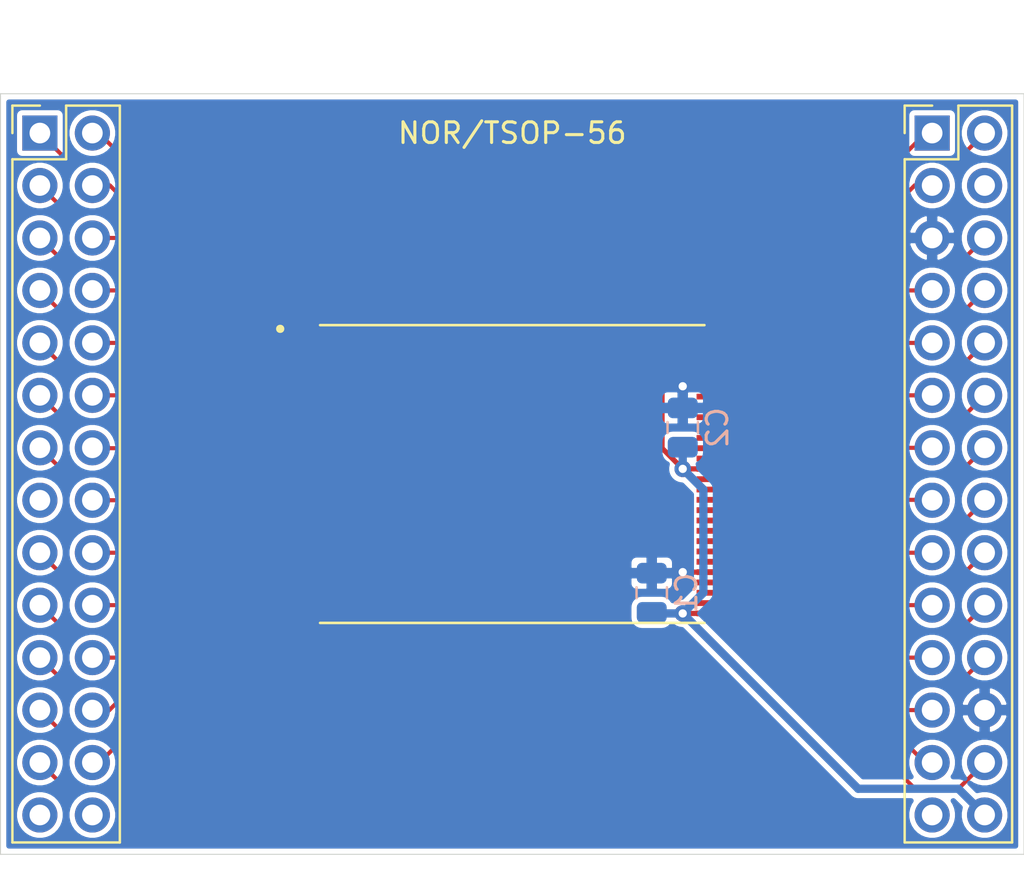
<source format=kicad_pcb>
(kicad_pcb (version 20171130) (host pcbnew "(5.1.8)-1")

  (general
    (thickness 1.6)
    (drawings 6)
    (tracks 203)
    (zones 0)
    (modules 5)
    (nets 50)
  )

  (page A4)
  (layers
    (0 F.Cu signal)
    (31 B.Cu signal)
    (32 B.Adhes user)
    (33 F.Adhes user)
    (34 B.Paste user)
    (35 F.Paste user)
    (36 B.SilkS user)
    (37 F.SilkS user)
    (38 B.Mask user)
    (39 F.Mask user)
    (40 Dwgs.User user)
    (41 Cmts.User user)
    (42 Eco1.User user)
    (43 Eco2.User user)
    (44 Edge.Cuts user)
    (45 Margin user)
    (46 B.CrtYd user)
    (47 F.CrtYd user)
    (48 B.Fab user)
    (49 F.Fab user)
  )

  (setup
    (last_trace_width 0.2)
    (user_trace_width 0.2)
    (user_trace_width 0.25)
    (user_trace_width 0.4)
    (trace_clearance 0.2)
    (zone_clearance 0.508)
    (zone_45_only no)
    (trace_min 0.2)
    (via_size 0.8)
    (via_drill 0.4)
    (via_min_size 0.4)
    (via_min_drill 0.3)
    (uvia_size 0.3)
    (uvia_drill 0.1)
    (uvias_allowed no)
    (uvia_min_size 0.2)
    (uvia_min_drill 0.1)
    (edge_width 0.05)
    (segment_width 0.2)
    (pcb_text_width 0.3)
    (pcb_text_size 1.5 1.5)
    (mod_edge_width 0.12)
    (mod_text_size 1 1)
    (mod_text_width 0.15)
    (pad_size 1.524 1.524)
    (pad_drill 0.762)
    (pad_to_mask_clearance 0)
    (aux_axis_origin 0 0)
    (grid_origin 139.7 80.01)
    (visible_elements 7FFFFFFF)
    (pcbplotparams
      (layerselection 0x010fc_ffffffff)
      (usegerberextensions false)
      (usegerberattributes true)
      (usegerberadvancedattributes true)
      (creategerberjobfile true)
      (excludeedgelayer true)
      (linewidth 0.100000)
      (plotframeref false)
      (viasonmask false)
      (mode 1)
      (useauxorigin false)
      (hpglpennumber 1)
      (hpglpenspeed 20)
      (hpglpendiameter 15.000000)
      (psnegative false)
      (psa4output false)
      (plotreference true)
      (plotvalue true)
      (plotinvisibletext false)
      (padsonsilk false)
      (subtractmaskfromsilk false)
      (outputformat 1)
      (mirror false)
      (drillshape 0)
      (scaleselection 1)
      (outputdirectory "Gerbers"))
  )

  (net 0 "")
  (net 1 GND)
  (net 2 +3V3)
  (net 3 A1)
  (net 4 A2)
  (net 5 A3)
  (net 6 A4)
  (net 7 A5)
  (net 8 A6)
  (net 9 A7)
  (net 10 A17)
  (net 11 A18)
  (net 12 R~B)
  (net 13 A21)
  (net 14 ~RST)
  (net 15 ~WE)
  (net 16 A20)
  (net 17 A19)
  (net 18 A8)
  (net 19 A9)
  (net 20 A10)
  (net 21 A11)
  (net 22 A12)
  (net 23 A13)
  (net 24 A14)
  (net 25 A15)
  (net 26 A22)
  (net 27 A23)
  (net 28 ~CE)
  (net 29 A0)
  (net 30 ~OE)
  (net 31 DQ8)
  (net 32 DQ0)
  (net 33 DQ9)
  (net 34 DQ1)
  (net 35 DQ10)
  (net 36 DQ2)
  (net 37 DQ11)
  (net 38 DQ3)
  (net 39 DQ4)
  (net 40 DQ5)
  (net 41 DQ12)
  (net 42 DQ6)
  (net 43 DQ13)
  (net 44 DQ7)
  (net 45 DQ14)
  (net 46 DQ15)
  (net 47 A16)
  (net 48 A24)
  (net 49 A25)

  (net_class Default "This is the default net class."
    (clearance 0.2)
    (trace_width 0.2)
    (via_dia 0.8)
    (via_drill 0.4)
    (uvia_dia 0.3)
    (uvia_drill 0.1)
    (add_net +3V3)
    (add_net A0)
    (add_net A1)
    (add_net A10)
    (add_net A11)
    (add_net A12)
    (add_net A13)
    (add_net A14)
    (add_net A15)
    (add_net A16)
    (add_net A17)
    (add_net A18)
    (add_net A19)
    (add_net A2)
    (add_net A20)
    (add_net A21)
    (add_net A22)
    (add_net A23)
    (add_net A24)
    (add_net A25)
    (add_net A3)
    (add_net A4)
    (add_net A5)
    (add_net A6)
    (add_net A7)
    (add_net A8)
    (add_net A9)
    (add_net DQ0)
    (add_net DQ1)
    (add_net DQ10)
    (add_net DQ11)
    (add_net DQ12)
    (add_net DQ13)
    (add_net DQ14)
    (add_net DQ15)
    (add_net DQ2)
    (add_net DQ3)
    (add_net DQ4)
    (add_net DQ5)
    (add_net DQ6)
    (add_net DQ7)
    (add_net DQ8)
    (add_net DQ9)
    (add_net GND)
    (add_net R~B)
    (add_net ~CE)
    (add_net ~OE)
    (add_net ~RST)
    (add_net ~WE)
  )

  (module Memory:SOP50P2000X120-56N (layer F.Cu) (tedit 60300B70) (tstamp 60307EFD)
    (at 139.7 80.01)
    (path /603F73B5)
    (fp_text reference U1 (at -7.665 -8.022) (layer F.SilkS) hide
      (effects (font (size 1 1) (thickness 0.15)))
    )
    (fp_text value Generic_NOR_TSOP56 (at 0 9.5) (layer F.Fab) hide
      (effects (font (size 1 1) (thickness 0.15)))
    )
    (fp_circle (center -11.23 -7.03) (end -11.13 -7.03) (layer F.SilkS) (width 0.2))
    (fp_circle (center -11.23 -7.03) (end -11.13 -7.03) (layer F.Fab) (width 0.2))
    (fp_line (start -9.3 -7.1) (end 9.3 -7.1) (layer F.Fab) (width 0.127))
    (fp_line (start -9.3 7.1) (end 9.3 7.1) (layer F.Fab) (width 0.127))
    (fp_line (start -9.3 -7.21) (end 9.3 -7.21) (layer F.SilkS) (width 0.127))
    (fp_line (start -9.3 7.21) (end 9.3 7.21) (layer F.SilkS) (width 0.127))
    (fp_line (start -9.3 -7.1) (end -9.3 7.1) (layer F.Fab) (width 0.127))
    (fp_line (start 9.3 -7.1) (end 9.3 7.1) (layer F.Fab) (width 0.127))
    (fp_line (start -10.71 -7.35) (end 10.71 -7.35) (layer F.CrtYd) (width 0.05))
    (fp_line (start -10.71 7.35) (end 10.71 7.35) (layer F.CrtYd) (width 0.05))
    (fp_line (start -10.71 -7.35) (end -10.71 7.35) (layer F.CrtYd) (width 0.05))
    (fp_line (start 10.71 -7.35) (end 10.71 7.35) (layer F.CrtYd) (width 0.05))
    (pad 52 smd rect (at 9.69 -4.75) (size 1.54 0.28) (layers F.Cu F.Paste F.Mask)
      (net 1 GND))
    (pad 55 smd rect (at 9.69 -6.25) (size 1.54 0.28) (layers F.Cu F.Paste F.Mask)
      (net 49 A25))
    (pad 53 smd rect (at 9.69 -5.25) (size 1.54 0.28) (layers F.Cu F.Paste F.Mask)
      (net 2 +3V3))
    (pad 54 smd rect (at 9.69 -5.75) (size 1.54 0.28) (layers F.Cu F.Paste F.Mask)
      (net 47 A16))
    (pad 50 smd rect (at 9.69 -3.75) (size 1.54 0.28) (layers F.Cu F.Paste F.Mask)
      (net 44 DQ7))
    (pad 56 smd rect (at 9.69 -6.75) (size 1.54 0.28) (layers F.Cu F.Paste F.Mask)
      (net 48 A24))
    (pad 51 smd rect (at 9.69 -4.25) (size 1.54 0.28) (layers F.Cu F.Paste F.Mask)
      (net 46 DQ15))
    (pad 49 smd rect (at 9.69 -3.25) (size 1.54 0.28) (layers F.Cu F.Paste F.Mask)
      (net 45 DQ14))
    (pad 26 smd rect (at -9.69 5.75) (size 1.54 0.28) (layers F.Cu F.Paste F.Mask)
      (net 3 A1))
    (pad 28 smd rect (at -9.69 6.75) (size 1.54 0.28) (layers F.Cu F.Paste F.Mask))
    (pad 27 smd rect (at -9.69 6.25) (size 1.54 0.28) (layers F.Cu F.Paste F.Mask))
    (pad 25 smd rect (at -9.69 5.25) (size 1.54 0.28) (layers F.Cu F.Paste F.Mask)
      (net 4 A2))
    (pad 48 smd rect (at 9.69 -2.75) (size 1.54 0.28) (layers F.Cu F.Paste F.Mask)
      (net 42 DQ6))
    (pad 47 smd rect (at 9.69 -2.25) (size 1.54 0.28) (layers F.Cu F.Paste F.Mask)
      (net 43 DQ13))
    (pad 46 smd rect (at 9.69 -1.75) (size 1.54 0.28) (layers F.Cu F.Paste F.Mask)
      (net 40 DQ5))
    (pad 45 smd rect (at 9.69 -1.25) (size 1.54 0.28) (layers F.Cu F.Paste F.Mask)
      (net 41 DQ12))
    (pad 44 smd rect (at 9.69 -0.75) (size 1.54 0.28) (layers F.Cu F.Paste F.Mask)
      (net 39 DQ4))
    (pad 43 smd rect (at 9.69 -0.25) (size 1.54 0.28) (layers F.Cu F.Paste F.Mask)
      (net 2 +3V3))
    (pad 42 smd rect (at 9.69 0.25) (size 1.54 0.28) (layers F.Cu F.Paste F.Mask)
      (net 37 DQ11))
    (pad 41 smd rect (at 9.69 0.75) (size 1.54 0.28) (layers F.Cu F.Paste F.Mask)
      (net 38 DQ3))
    (pad 40 smd rect (at 9.69 1.25) (size 1.54 0.28) (layers F.Cu F.Paste F.Mask)
      (net 35 DQ10))
    (pad 39 smd rect (at 9.69 1.75) (size 1.54 0.28) (layers F.Cu F.Paste F.Mask)
      (net 36 DQ2))
    (pad 38 smd rect (at 9.69 2.25) (size 1.54 0.28) (layers F.Cu F.Paste F.Mask)
      (net 33 DQ9))
    (pad 37 smd rect (at 9.69 2.75) (size 1.54 0.28) (layers F.Cu F.Paste F.Mask)
      (net 34 DQ1))
    (pad 36 smd rect (at 9.69 3.25) (size 1.54 0.28) (layers F.Cu F.Paste F.Mask)
      (net 31 DQ8))
    (pad 35 smd rect (at 9.69 3.75) (size 1.54 0.28) (layers F.Cu F.Paste F.Mask)
      (net 32 DQ0))
    (pad 34 smd rect (at 9.69 4.25) (size 1.54 0.28) (layers F.Cu F.Paste F.Mask)
      (net 30 ~OE))
    (pad 33 smd rect (at 9.69 4.75) (size 1.54 0.28) (layers F.Cu F.Paste F.Mask)
      (net 1 GND))
    (pad 32 smd rect (at 9.69 5.25) (size 1.54 0.28) (layers F.Cu F.Paste F.Mask)
      (net 28 ~CE))
    (pad 31 smd rect (at 9.69 5.75) (size 1.54 0.28) (layers F.Cu F.Paste F.Mask)
      (net 29 A0))
    (pad 30 smd rect (at 9.69 6.25) (size 1.54 0.28) (layers F.Cu F.Paste F.Mask))
    (pad 29 smd rect (at 9.69 6.75) (size 1.54 0.28) (layers F.Cu F.Paste F.Mask)
      (net 2 +3V3))
    (pad 24 smd rect (at -9.69 4.75) (size 1.54 0.28) (layers F.Cu F.Paste F.Mask)
      (net 5 A3))
    (pad 23 smd rect (at -9.69 4.25) (size 1.54 0.28) (layers F.Cu F.Paste F.Mask)
      (net 6 A4))
    (pad 22 smd rect (at -9.69 3.75) (size 1.54 0.28) (layers F.Cu F.Paste F.Mask)
      (net 7 A5))
    (pad 21 smd rect (at -9.69 3.25) (size 1.54 0.28) (layers F.Cu F.Paste F.Mask)
      (net 8 A6))
    (pad 20 smd rect (at -9.69 2.75) (size 1.54 0.28) (layers F.Cu F.Paste F.Mask)
      (net 9 A7))
    (pad 19 smd rect (at -9.69 2.25) (size 1.54 0.28) (layers F.Cu F.Paste F.Mask)
      (net 10 A17))
    (pad 18 smd rect (at -9.69 1.75) (size 1.54 0.28) (layers F.Cu F.Paste F.Mask)
      (net 11 A18))
    (pad 17 smd rect (at -9.69 1.25) (size 1.54 0.28) (layers F.Cu F.Paste F.Mask)
      (net 12 R~B))
    (pad 16 smd rect (at -9.69 0.75) (size 1.54 0.28) (layers F.Cu F.Paste F.Mask)
      (net 2 +3V3))
    (pad 15 smd rect (at -9.69 0.25) (size 1.54 0.28) (layers F.Cu F.Paste F.Mask)
      (net 13 A21))
    (pad 14 smd rect (at -9.69 -0.25) (size 1.54 0.28) (layers F.Cu F.Paste F.Mask)
      (net 14 ~RST))
    (pad 13 smd rect (at -9.69 -0.75) (size 1.54 0.28) (layers F.Cu F.Paste F.Mask)
      (net 15 ~WE))
    (pad 12 smd rect (at -9.69 -1.25) (size 1.54 0.28) (layers F.Cu F.Paste F.Mask)
      (net 16 A20))
    (pad 11 smd rect (at -9.69 -1.75) (size 1.54 0.28) (layers F.Cu F.Paste F.Mask)
      (net 17 A19))
    (pad 10 smd rect (at -9.69 -2.25) (size 1.54 0.28) (layers F.Cu F.Paste F.Mask)
      (net 18 A8))
    (pad 9 smd rect (at -9.69 -2.75) (size 1.54 0.28) (layers F.Cu F.Paste F.Mask)
      (net 19 A9))
    (pad 8 smd rect (at -9.69 -3.25) (size 1.54 0.28) (layers F.Cu F.Paste F.Mask)
      (net 20 A10))
    (pad 7 smd rect (at -9.69 -3.75) (size 1.54 0.28) (layers F.Cu F.Paste F.Mask)
      (net 21 A11))
    (pad 6 smd rect (at -9.69 -4.25) (size 1.54 0.28) (layers F.Cu F.Paste F.Mask)
      (net 22 A12))
    (pad 5 smd rect (at -9.69 -4.75) (size 1.54 0.28) (layers F.Cu F.Paste F.Mask)
      (net 23 A13))
    (pad 4 smd rect (at -9.69 -5.25) (size 1.54 0.28) (layers F.Cu F.Paste F.Mask)
      (net 24 A14))
    (pad 3 smd rect (at -9.69 -5.75) (size 1.54 0.28) (layers F.Cu F.Paste F.Mask)
      (net 25 A15))
    (pad 2 smd rect (at -9.69 -6.25) (size 1.54 0.28) (layers F.Cu F.Paste F.Mask)
      (net 26 A22))
    (pad 1 smd rect (at -9.69 -6.75) (size 1.54 0.28) (layers F.Cu F.Paste F.Mask)
      (net 27 A23))
  )

  (module Connector_PinHeader_2.54mm:PinHeader_2x14_P2.54mm_Vertical (layer F.Cu) (tedit 59FED5CC) (tstamp 60308D3D)
    (at 160.02 63.5)
    (descr "Through hole straight pin header, 2x14, 2.54mm pitch, double rows")
    (tags "Through hole pin header THT 2x14 2.54mm double row")
    (path /603FBD94)
    (fp_text reference J2 (at 1.27 -2.33) (layer F.SilkS) hide
      (effects (font (size 1 1) (thickness 0.15)))
    )
    (fp_text value Right (at 1.27 35.35) (layer F.Fab)
      (effects (font (size 1 1) (thickness 0.15)))
    )
    (fp_line (start 4.35 -1.8) (end -1.8 -1.8) (layer F.CrtYd) (width 0.05))
    (fp_line (start 4.35 34.8) (end 4.35 -1.8) (layer F.CrtYd) (width 0.05))
    (fp_line (start -1.8 34.8) (end 4.35 34.8) (layer F.CrtYd) (width 0.05))
    (fp_line (start -1.8 -1.8) (end -1.8 34.8) (layer F.CrtYd) (width 0.05))
    (fp_line (start -1.33 -1.33) (end 0 -1.33) (layer F.SilkS) (width 0.12))
    (fp_line (start -1.33 0) (end -1.33 -1.33) (layer F.SilkS) (width 0.12))
    (fp_line (start 1.27 -1.33) (end 3.87 -1.33) (layer F.SilkS) (width 0.12))
    (fp_line (start 1.27 1.27) (end 1.27 -1.33) (layer F.SilkS) (width 0.12))
    (fp_line (start -1.33 1.27) (end 1.27 1.27) (layer F.SilkS) (width 0.12))
    (fp_line (start 3.87 -1.33) (end 3.87 34.35) (layer F.SilkS) (width 0.12))
    (fp_line (start -1.33 1.27) (end -1.33 34.35) (layer F.SilkS) (width 0.12))
    (fp_line (start -1.33 34.35) (end 3.87 34.35) (layer F.SilkS) (width 0.12))
    (fp_line (start -1.27 0) (end 0 -1.27) (layer F.Fab) (width 0.1))
    (fp_line (start -1.27 34.29) (end -1.27 0) (layer F.Fab) (width 0.1))
    (fp_line (start 3.81 34.29) (end -1.27 34.29) (layer F.Fab) (width 0.1))
    (fp_line (start 3.81 -1.27) (end 3.81 34.29) (layer F.Fab) (width 0.1))
    (fp_line (start 0 -1.27) (end 3.81 -1.27) (layer F.Fab) (width 0.1))
    (fp_text user %R (at 1.27 16.51 90) (layer F.Fab)
      (effects (font (size 1 1) (thickness 0.15)))
    )
    (pad 28 thru_hole oval (at 2.54 33.02) (size 1.7 1.7) (drill 1) (layers *.Cu *.Mask)
      (net 2 +3V3))
    (pad 27 thru_hole oval (at 0 33.02) (size 1.7 1.7) (drill 1) (layers *.Cu *.Mask))
    (pad 26 thru_hole oval (at 2.54 30.48) (size 1.7 1.7) (drill 1) (layers *.Cu *.Mask)
      (net 29 A0))
    (pad 25 thru_hole oval (at 0 30.48) (size 1.7 1.7) (drill 1) (layers *.Cu *.Mask)
      (net 28 ~CE))
    (pad 24 thru_hole oval (at 2.54 27.94) (size 1.7 1.7) (drill 1) (layers *.Cu *.Mask)
      (net 1 GND))
    (pad 23 thru_hole oval (at 0 27.94) (size 1.7 1.7) (drill 1) (layers *.Cu *.Mask)
      (net 30 ~OE))
    (pad 22 thru_hole oval (at 2.54 25.4) (size 1.7 1.7) (drill 1) (layers *.Cu *.Mask)
      (net 32 DQ0))
    (pad 21 thru_hole oval (at 0 25.4) (size 1.7 1.7) (drill 1) (layers *.Cu *.Mask)
      (net 31 DQ8))
    (pad 20 thru_hole oval (at 2.54 22.86) (size 1.7 1.7) (drill 1) (layers *.Cu *.Mask)
      (net 34 DQ1))
    (pad 19 thru_hole oval (at 0 22.86) (size 1.7 1.7) (drill 1) (layers *.Cu *.Mask)
      (net 33 DQ9))
    (pad 18 thru_hole oval (at 2.54 20.32) (size 1.7 1.7) (drill 1) (layers *.Cu *.Mask)
      (net 36 DQ2))
    (pad 17 thru_hole oval (at 0 20.32) (size 1.7 1.7) (drill 1) (layers *.Cu *.Mask)
      (net 35 DQ10))
    (pad 16 thru_hole oval (at 2.54 17.78) (size 1.7 1.7) (drill 1) (layers *.Cu *.Mask)
      (net 38 DQ3))
    (pad 15 thru_hole oval (at 0 17.78) (size 1.7 1.7) (drill 1) (layers *.Cu *.Mask)
      (net 37 DQ11))
    (pad 14 thru_hole oval (at 2.54 15.24) (size 1.7 1.7) (drill 1) (layers *.Cu *.Mask)
      (net 2 +3V3))
    (pad 13 thru_hole oval (at 0 15.24) (size 1.7 1.7) (drill 1) (layers *.Cu *.Mask)
      (net 39 DQ4))
    (pad 12 thru_hole oval (at 2.54 12.7) (size 1.7 1.7) (drill 1) (layers *.Cu *.Mask)
      (net 41 DQ12))
    (pad 11 thru_hole oval (at 0 12.7) (size 1.7 1.7) (drill 1) (layers *.Cu *.Mask)
      (net 40 DQ5))
    (pad 10 thru_hole oval (at 2.54 10.16) (size 1.7 1.7) (drill 1) (layers *.Cu *.Mask)
      (net 43 DQ13))
    (pad 9 thru_hole oval (at 0 10.16) (size 1.7 1.7) (drill 1) (layers *.Cu *.Mask)
      (net 42 DQ6))
    (pad 8 thru_hole oval (at 2.54 7.62) (size 1.7 1.7) (drill 1) (layers *.Cu *.Mask)
      (net 45 DQ14))
    (pad 7 thru_hole oval (at 0 7.62) (size 1.7 1.7) (drill 1) (layers *.Cu *.Mask)
      (net 44 DQ7))
    (pad 6 thru_hole oval (at 2.54 5.08) (size 1.7 1.7) (drill 1) (layers *.Cu *.Mask)
      (net 46 DQ15))
    (pad 5 thru_hole oval (at 0 5.08) (size 1.7 1.7) (drill 1) (layers *.Cu *.Mask)
      (net 1 GND))
    (pad 4 thru_hole oval (at 2.54 2.54) (size 1.7 1.7) (drill 1) (layers *.Cu *.Mask))
    (pad 3 thru_hole oval (at 0 2.54) (size 1.7 1.7) (drill 1) (layers *.Cu *.Mask)
      (net 47 A16))
    (pad 2 thru_hole oval (at 2.54 0) (size 1.7 1.7) (drill 1) (layers *.Cu *.Mask)
      (net 49 A25))
    (pad 1 thru_hole rect (at 0 0) (size 1.7 1.7) (drill 1) (layers *.Cu *.Mask)
      (net 48 A24))
    (model ${KISYS3DMOD}/Connector_PinHeader_2.54mm.3dshapes/PinHeader_2x14_P2.54mm_Vertical.wrl
      (at (xyz 0 0 0))
      (scale (xyz 1 1 1))
      (rotate (xyz 0 0 0))
    )
  )

  (module Connector_PinHeader_2.54mm:PinHeader_2x14_P2.54mm_Vertical (layer F.Cu) (tedit 59FED5CC) (tstamp 60307E83)
    (at 116.84 63.5)
    (descr "Through hole straight pin header, 2x14, 2.54mm pitch, double rows")
    (tags "Through hole pin header THT 2x14 2.54mm double row")
    (path /603FAC19)
    (fp_text reference J1 (at 1.27 -2.33) (layer F.SilkS) hide
      (effects (font (size 1 1) (thickness 0.15)))
    )
    (fp_text value Left (at 1.27 35.35) (layer F.Fab)
      (effects (font (size 1 1) (thickness 0.15)))
    )
    (fp_line (start 4.35 -1.8) (end -1.8 -1.8) (layer F.CrtYd) (width 0.05))
    (fp_line (start 4.35 34.8) (end 4.35 -1.8) (layer F.CrtYd) (width 0.05))
    (fp_line (start -1.8 34.8) (end 4.35 34.8) (layer F.CrtYd) (width 0.05))
    (fp_line (start -1.8 -1.8) (end -1.8 34.8) (layer F.CrtYd) (width 0.05))
    (fp_line (start -1.33 -1.33) (end 0 -1.33) (layer F.SilkS) (width 0.12))
    (fp_line (start -1.33 0) (end -1.33 -1.33) (layer F.SilkS) (width 0.12))
    (fp_line (start 1.27 -1.33) (end 3.87 -1.33) (layer F.SilkS) (width 0.12))
    (fp_line (start 1.27 1.27) (end 1.27 -1.33) (layer F.SilkS) (width 0.12))
    (fp_line (start -1.33 1.27) (end 1.27 1.27) (layer F.SilkS) (width 0.12))
    (fp_line (start 3.87 -1.33) (end 3.87 34.35) (layer F.SilkS) (width 0.12))
    (fp_line (start -1.33 1.27) (end -1.33 34.35) (layer F.SilkS) (width 0.12))
    (fp_line (start -1.33 34.35) (end 3.87 34.35) (layer F.SilkS) (width 0.12))
    (fp_line (start -1.27 0) (end 0 -1.27) (layer F.Fab) (width 0.1))
    (fp_line (start -1.27 34.29) (end -1.27 0) (layer F.Fab) (width 0.1))
    (fp_line (start 3.81 34.29) (end -1.27 34.29) (layer F.Fab) (width 0.1))
    (fp_line (start 3.81 -1.27) (end 3.81 34.29) (layer F.Fab) (width 0.1))
    (fp_line (start 0 -1.27) (end 3.81 -1.27) (layer F.Fab) (width 0.1))
    (fp_text user %R (at 1.27 16.51 90) (layer F.Fab)
      (effects (font (size 1 1) (thickness 0.15)))
    )
    (pad 28 thru_hole oval (at 2.54 33.02) (size 1.7 1.7) (drill 1) (layers *.Cu *.Mask))
    (pad 27 thru_hole oval (at 0 33.02) (size 1.7 1.7) (drill 1) (layers *.Cu *.Mask))
    (pad 26 thru_hole oval (at 2.54 30.48) (size 1.7 1.7) (drill 1) (layers *.Cu *.Mask)
      (net 4 A2))
    (pad 25 thru_hole oval (at 0 30.48) (size 1.7 1.7) (drill 1) (layers *.Cu *.Mask)
      (net 3 A1))
    (pad 24 thru_hole oval (at 2.54 27.94) (size 1.7 1.7) (drill 1) (layers *.Cu *.Mask)
      (net 6 A4))
    (pad 23 thru_hole oval (at 0 27.94) (size 1.7 1.7) (drill 1) (layers *.Cu *.Mask)
      (net 5 A3))
    (pad 22 thru_hole oval (at 2.54 25.4) (size 1.7 1.7) (drill 1) (layers *.Cu *.Mask)
      (net 8 A6))
    (pad 21 thru_hole oval (at 0 25.4) (size 1.7 1.7) (drill 1) (layers *.Cu *.Mask)
      (net 7 A5))
    (pad 20 thru_hole oval (at 2.54 22.86) (size 1.7 1.7) (drill 1) (layers *.Cu *.Mask)
      (net 10 A17))
    (pad 19 thru_hole oval (at 0 22.86) (size 1.7 1.7) (drill 1) (layers *.Cu *.Mask)
      (net 9 A7))
    (pad 18 thru_hole oval (at 2.54 20.32) (size 1.7 1.7) (drill 1) (layers *.Cu *.Mask)
      (net 12 R~B))
    (pad 17 thru_hole oval (at 0 20.32) (size 1.7 1.7) (drill 1) (layers *.Cu *.Mask)
      (net 11 A18))
    (pad 16 thru_hole oval (at 2.54 17.78) (size 1.7 1.7) (drill 1) (layers *.Cu *.Mask)
      (net 13 A21))
    (pad 15 thru_hole oval (at 0 17.78) (size 1.7 1.7) (drill 1) (layers *.Cu *.Mask))
    (pad 14 thru_hole oval (at 2.54 15.24) (size 1.7 1.7) (drill 1) (layers *.Cu *.Mask)
      (net 15 ~WE))
    (pad 13 thru_hole oval (at 0 15.24) (size 1.7 1.7) (drill 1) (layers *.Cu *.Mask)
      (net 14 ~RST))
    (pad 12 thru_hole oval (at 2.54 12.7) (size 1.7 1.7) (drill 1) (layers *.Cu *.Mask)
      (net 17 A19))
    (pad 11 thru_hole oval (at 0 12.7) (size 1.7 1.7) (drill 1) (layers *.Cu *.Mask)
      (net 16 A20))
    (pad 10 thru_hole oval (at 2.54 10.16) (size 1.7 1.7) (drill 1) (layers *.Cu *.Mask)
      (net 19 A9))
    (pad 9 thru_hole oval (at 0 10.16) (size 1.7 1.7) (drill 1) (layers *.Cu *.Mask)
      (net 18 A8))
    (pad 8 thru_hole oval (at 2.54 7.62) (size 1.7 1.7) (drill 1) (layers *.Cu *.Mask)
      (net 21 A11))
    (pad 7 thru_hole oval (at 0 7.62) (size 1.7 1.7) (drill 1) (layers *.Cu *.Mask)
      (net 20 A10))
    (pad 6 thru_hole oval (at 2.54 5.08) (size 1.7 1.7) (drill 1) (layers *.Cu *.Mask)
      (net 23 A13))
    (pad 5 thru_hole oval (at 0 5.08) (size 1.7 1.7) (drill 1) (layers *.Cu *.Mask)
      (net 22 A12))
    (pad 4 thru_hole oval (at 2.54 2.54) (size 1.7 1.7) (drill 1) (layers *.Cu *.Mask)
      (net 25 A15))
    (pad 3 thru_hole oval (at 0 2.54) (size 1.7 1.7) (drill 1) (layers *.Cu *.Mask)
      (net 24 A14))
    (pad 2 thru_hole oval (at 2.54 0) (size 1.7 1.7) (drill 1) (layers *.Cu *.Mask)
      (net 27 A23))
    (pad 1 thru_hole rect (at 0 0) (size 1.7 1.7) (drill 1) (layers *.Cu *.Mask)
      (net 26 A22))
    (model ${KISYS3DMOD}/Connector_PinHeader_2.54mm.3dshapes/PinHeader_2x14_P2.54mm_Vertical.wrl
      (at (xyz 0 0 0))
      (scale (xyz 1 1 1))
      (rotate (xyz 0 0 0))
    )
  )

  (module Capacitor_SMD:C_0805_2012Metric (layer B.Cu) (tedit 5F68FEEE) (tstamp 6030A063)
    (at 147.95 77.76 90)
    (descr "Capacitor SMD 0805 (2012 Metric), square (rectangular) end terminal, IPC_7351 nominal, (Body size source: IPC-SM-782 page 76, https://www.pcb-3d.com/wordpress/wp-content/uploads/ipc-sm-782a_amendment_1_and_2.pdf, https://docs.google.com/spreadsheets/d/1BsfQQcO9C6DZCsRaXUlFlo91Tg2WpOkGARC1WS5S8t0/edit?usp=sharing), generated with kicad-footprint-generator")
    (tags capacitor)
    (path /603FEBD7)
    (attr smd)
    (fp_text reference C2 (at 0 1.68 90) (layer B.SilkS)
      (effects (font (size 1 1) (thickness 0.15)) (justify mirror))
    )
    (fp_text value 100n (at 0 -1.68 90) (layer B.Fab)
      (effects (font (size 1 1) (thickness 0.15)) (justify mirror))
    )
    (fp_line (start 1.7 -0.98) (end -1.7 -0.98) (layer B.CrtYd) (width 0.05))
    (fp_line (start 1.7 0.98) (end 1.7 -0.98) (layer B.CrtYd) (width 0.05))
    (fp_line (start -1.7 0.98) (end 1.7 0.98) (layer B.CrtYd) (width 0.05))
    (fp_line (start -1.7 -0.98) (end -1.7 0.98) (layer B.CrtYd) (width 0.05))
    (fp_line (start -0.261252 -0.735) (end 0.261252 -0.735) (layer B.SilkS) (width 0.12))
    (fp_line (start -0.261252 0.735) (end 0.261252 0.735) (layer B.SilkS) (width 0.12))
    (fp_line (start 1 -0.625) (end -1 -0.625) (layer B.Fab) (width 0.1))
    (fp_line (start 1 0.625) (end 1 -0.625) (layer B.Fab) (width 0.1))
    (fp_line (start -1 0.625) (end 1 0.625) (layer B.Fab) (width 0.1))
    (fp_line (start -1 -0.625) (end -1 0.625) (layer B.Fab) (width 0.1))
    (fp_text user %R (at 0 0 90) (layer B.Fab)
      (effects (font (size 0.5 0.5) (thickness 0.08)) (justify mirror))
    )
    (pad 2 smd roundrect (at 0.95 0 90) (size 1 1.45) (layers B.Cu B.Paste B.Mask) (roundrect_rratio 0.25)
      (net 1 GND))
    (pad 1 smd roundrect (at -0.95 0 90) (size 1 1.45) (layers B.Cu B.Paste B.Mask) (roundrect_rratio 0.25)
      (net 2 +3V3))
    (model ${KISYS3DMOD}/Capacitor_SMD.3dshapes/C_0805_2012Metric.wrl
      (at (xyz 0 0 0))
      (scale (xyz 1 1 1))
      (rotate (xyz 0 0 0))
    )
  )

  (module Capacitor_SMD:C_0805_2012Metric (layer B.Cu) (tedit 5F68FEEE) (tstamp 603084BA)
    (at 146.45 85.76 90)
    (descr "Capacitor SMD 0805 (2012 Metric), square (rectangular) end terminal, IPC_7351 nominal, (Body size source: IPC-SM-782 page 76, https://www.pcb-3d.com/wordpress/wp-content/uploads/ipc-sm-782a_amendment_1_and_2.pdf, https://docs.google.com/spreadsheets/d/1BsfQQcO9C6DZCsRaXUlFlo91Tg2WpOkGARC1WS5S8t0/edit?usp=sharing), generated with kicad-footprint-generator")
    (tags capacitor)
    (path /603FE8B2)
    (attr smd)
    (fp_text reference C1 (at 0 1.68 90) (layer B.SilkS)
      (effects (font (size 1 1) (thickness 0.15)) (justify mirror))
    )
    (fp_text value 100n (at 0 -1.68 90) (layer B.Fab)
      (effects (font (size 1 1) (thickness 0.15)) (justify mirror))
    )
    (fp_line (start 1.7 -0.98) (end -1.7 -0.98) (layer B.CrtYd) (width 0.05))
    (fp_line (start 1.7 0.98) (end 1.7 -0.98) (layer B.CrtYd) (width 0.05))
    (fp_line (start -1.7 0.98) (end 1.7 0.98) (layer B.CrtYd) (width 0.05))
    (fp_line (start -1.7 -0.98) (end -1.7 0.98) (layer B.CrtYd) (width 0.05))
    (fp_line (start -0.261252 -0.735) (end 0.261252 -0.735) (layer B.SilkS) (width 0.12))
    (fp_line (start -0.261252 0.735) (end 0.261252 0.735) (layer B.SilkS) (width 0.12))
    (fp_line (start 1 -0.625) (end -1 -0.625) (layer B.Fab) (width 0.1))
    (fp_line (start 1 0.625) (end 1 -0.625) (layer B.Fab) (width 0.1))
    (fp_line (start -1 0.625) (end 1 0.625) (layer B.Fab) (width 0.1))
    (fp_line (start -1 -0.625) (end -1 0.625) (layer B.Fab) (width 0.1))
    (fp_text user %R (at 0 0 90) (layer B.Fab)
      (effects (font (size 0.5 0.5) (thickness 0.08)) (justify mirror))
    )
    (pad 2 smd roundrect (at 0.95 0 90) (size 1 1.45) (layers B.Cu B.Paste B.Mask) (roundrect_rratio 0.25)
      (net 1 GND))
    (pad 1 smd roundrect (at -0.95 0 90) (size 1 1.45) (layers B.Cu B.Paste B.Mask) (roundrect_rratio 0.25)
      (net 2 +3V3))
    (model ${KISYS3DMOD}/Capacitor_SMD.3dshapes/C_0805_2012Metric.wrl
      (at (xyz 0 0 0))
      (scale (xyz 1 1 1))
      (rotate (xyz 0 0 0))
    )
  )

  (gr_text NOR/TSOP-56 (at 139.7 63.5) (layer F.SilkS)
    (effects (font (size 1 1) (thickness 0.15)))
  )
  (dimension 45.72 (width 0.15) (layer Dwgs.User)
    (gr_text "1.8000 in" (at 139.7 57.755) (layer Dwgs.User)
      (effects (font (size 1 1) (thickness 0.15)))
    )
    (feature1 (pts (xy 162.56 63.5) (xy 162.56 58.468579)))
    (feature2 (pts (xy 116.84 63.5) (xy 116.84 58.468579)))
    (crossbar (pts (xy 116.84 59.055) (xy 162.56 59.055)))
    (arrow1a (pts (xy 162.56 59.055) (xy 161.433496 59.641421)))
    (arrow1b (pts (xy 162.56 59.055) (xy 161.433496 58.468579)))
    (arrow2a (pts (xy 116.84 59.055) (xy 117.966504 59.641421)))
    (arrow2b (pts (xy 116.84 59.055) (xy 117.966504 58.468579)))
  )
  (gr_line (start 164.465 61.595) (end 114.935 61.595) (layer Edge.Cuts) (width 0.05) (tstamp 60309BC5))
  (gr_line (start 164.465 98.425) (end 164.465 61.595) (layer Edge.Cuts) (width 0.05))
  (gr_line (start 114.935 98.425) (end 164.465 98.425) (layer Edge.Cuts) (width 0.05))
  (gr_line (start 114.935 61.595) (end 114.935 98.425) (layer Edge.Cuts) (width 0.05))

  (via (at 147.95 84.76) (size 0.8) (drill 0.4) (layers F.Cu B.Cu) (net 1))
  (segment (start 149.39 84.76) (end 147.95 84.76) (width 0.25) (layer F.Cu) (net 1))
  (segment (start 148.45 75.26) (end 147.95 75.76) (width 0.25) (layer F.Cu) (net 1))
  (segment (start 149.39 75.26) (end 148.45 75.26) (width 0.25) (layer F.Cu) (net 1))
  (via (at 147.95 75.76) (size 0.8) (drill 0.4) (layers F.Cu B.Cu) (net 1))
  (segment (start 146.5 84.76) (end 146.45 84.81) (width 0.4) (layer B.Cu) (net 1))
  (via (at 147.95 79.76) (size 0.8) (drill 0.4) (layers F.Cu B.Cu) (net 2))
  (segment (start 149.39 79.76) (end 147.95 79.76) (width 0.25) (layer F.Cu) (net 2))
  (via (at 147.95 86.76) (size 0.8) (drill 0.4) (layers F.Cu B.Cu) (net 2))
  (segment (start 147.95 86.76) (end 149.39 86.76) (width 0.25) (layer F.Cu) (net 2))
  (segment (start 156.44 95.25) (end 147.95 86.76) (width 0.4) (layer B.Cu) (net 2))
  (segment (start 162.56 96.52) (end 161.29 95.25) (width 0.4) (layer B.Cu) (net 2))
  (segment (start 161.29 95.25) (end 156.44 95.25) (width 0.4) (layer B.Cu) (net 2))
  (segment (start 146.95 78.76) (end 147.95 79.76) (width 0.25) (layer F.Cu) (net 2))
  (segment (start 147.7 74.76) (end 149.39 74.76) (width 0.25) (layer F.Cu) (net 2))
  (segment (start 146.95 75.51) (end 147.7 74.76) (width 0.25) (layer F.Cu) (net 2))
  (segment (start 146.95 78.76) (end 146.95 75.51) (width 0.25) (layer F.Cu) (net 2))
  (segment (start 132.95 78.76) (end 146.95 78.76) (width 0.2) (layer F.Cu) (net 2))
  (segment (start 130.95 80.76) (end 132.95 78.76) (width 0.2) (layer F.Cu) (net 2))
  (segment (start 130.01 80.76) (end 130.95 80.76) (width 0.2) (layer F.Cu) (net 2))
  (segment (start 147.95 79.76) (end 147.95 78.71) (width 0.4) (layer B.Cu) (net 2))
  (segment (start 148.95 85.76) (end 147.95 86.76) (width 0.4) (layer B.Cu) (net 2))
  (segment (start 148.95 80.76) (end 148.95 85.76) (width 0.4) (layer B.Cu) (net 2))
  (segment (start 147.95 79.76) (end 148.95 80.76) (width 0.4) (layer B.Cu) (net 2))
  (segment (start 146.5 86.76) (end 146.45 86.71) (width 0.4) (layer B.Cu) (net 2))
  (segment (start 147.95 86.76) (end 146.5 86.76) (width 0.4) (layer B.Cu) (net 2))
  (segment (start 161.29 80.01) (end 162.56 78.74) (width 0.2) (layer F.Cu) (net 2))
  (segment (start 155.7 80.01) (end 161.29 80.01) (width 0.2) (layer F.Cu) (net 2))
  (segment (start 155.45 79.76) (end 155.7 80.01) (width 0.2) (layer F.Cu) (net 2))
  (segment (start 149.39 79.76) (end 155.45 79.76) (width 0.2) (layer F.Cu) (net 2))
  (segment (start 120.21 95.25) (end 118.11 95.25) (width 0.2) (layer F.Cu) (net 3))
  (segment (start 128.7 86.76) (end 120.21 95.25) (width 0.2) (layer F.Cu) (net 3))
  (segment (start 128.7 86.165698) (end 128.7 86.76) (width 0.2) (layer F.Cu) (net 3))
  (segment (start 129.105698 85.76) (end 128.7 86.165698) (width 0.2) (layer F.Cu) (net 3))
  (segment (start 118.11 95.25) (end 116.84 93.98) (width 0.2) (layer F.Cu) (net 3))
  (segment (start 130.01 85.76) (end 129.105698 85.76) (width 0.2) (layer F.Cu) (net 3))
  (segment (start 119.73 93.98) (end 119.38 93.98) (width 0.2) (layer F.Cu) (net 4))
  (segment (start 128.45 85.26) (end 119.73 93.98) (width 0.2) (layer F.Cu) (net 4))
  (segment (start 130.01 85.26) (end 128.45 85.26) (width 0.2) (layer F.Cu) (net 4))
  (segment (start 118.11 92.71) (end 116.84 91.44) (width 0.2) (layer F.Cu) (net 5))
  (segment (start 120 92.71) (end 118.11 92.71) (width 0.2) (layer F.Cu) (net 5))
  (segment (start 127.95 84.76) (end 120 92.71) (width 0.2) (layer F.Cu) (net 5))
  (segment (start 130.01 84.76) (end 127.95 84.76) (width 0.2) (layer F.Cu) (net 5))
  (segment (start 120.2 91.44) (end 119.38 91.44) (width 0.2) (layer F.Cu) (net 6))
  (segment (start 127.38 84.26) (end 120.2 91.44) (width 0.2) (layer F.Cu) (net 6))
  (segment (start 130.01 84.26) (end 127.38 84.26) (width 0.2) (layer F.Cu) (net 6))
  (segment (start 118.11 90.17) (end 116.84 88.9) (width 0.2) (layer F.Cu) (net 7))
  (segment (start 120.551001 90.17) (end 118.11 90.17) (width 0.2) (layer F.Cu) (net 7))
  (segment (start 126.961001 83.76) (end 120.551001 90.17) (width 0.2) (layer F.Cu) (net 7))
  (segment (start 130.01 83.76) (end 126.961001 83.76) (width 0.2) (layer F.Cu) (net 7))
  (segment (start 120.81 88.9) (end 119.38 88.9) (width 0.2) (layer F.Cu) (net 8))
  (segment (start 126.45 83.26) (end 120.81 88.9) (width 0.2) (layer F.Cu) (net 8))
  (segment (start 130.01 83.26) (end 126.45 83.26) (width 0.2) (layer F.Cu) (net 8))
  (segment (start 121.08 87.63) (end 118.11 87.63) (width 0.2) (layer F.Cu) (net 9))
  (segment (start 118.11 87.63) (end 116.84 86.36) (width 0.2) (layer F.Cu) (net 9))
  (segment (start 125.95 82.76) (end 121.08 87.63) (width 0.2) (layer F.Cu) (net 9))
  (segment (start 130.01 82.76) (end 125.95 82.76) (width 0.2) (layer F.Cu) (net 9))
  (segment (start 121.336774 86.36) (end 119.38 86.36) (width 0.2) (layer F.Cu) (net 10))
  (segment (start 125.436774 82.26) (end 121.336774 86.36) (width 0.2) (layer F.Cu) (net 10))
  (segment (start 130.01 82.26) (end 125.436774 82.26) (width 0.2) (layer F.Cu) (net 10))
  (segment (start 118.11 85.09) (end 116.84 83.82) (width 0.2) (layer F.Cu) (net 11))
  (segment (start 121.62 85.09) (end 118.11 85.09) (width 0.2) (layer F.Cu) (net 11))
  (segment (start 124.95 81.76) (end 121.62 85.09) (width 0.2) (layer F.Cu) (net 11))
  (segment (start 130.01 81.76) (end 124.95 81.76) (width 0.2) (layer F.Cu) (net 11))
  (segment (start 121.89 83.82) (end 119.38 83.82) (width 0.2) (layer F.Cu) (net 12))
  (segment (start 124.45 81.26) (end 121.89 83.82) (width 0.2) (layer F.Cu) (net 12))
  (segment (start 130.01 81.26) (end 124.45 81.26) (width 0.2) (layer F.Cu) (net 12))
  (segment (start 123.43 81.28) (end 119.38 81.28) (width 0.2) (layer F.Cu) (net 13))
  (segment (start 124.45 80.26) (end 123.43 81.28) (width 0.2) (layer F.Cu) (net 13))
  (segment (start 130.01 80.26) (end 124.45 80.26) (width 0.2) (layer F.Cu) (net 13))
  (segment (start 118.11 80.01) (end 116.84 78.74) (width 0.2) (layer F.Cu) (net 14))
  (segment (start 123.7 80.01) (end 118.11 80.01) (width 0.2) (layer F.Cu) (net 14))
  (segment (start 123.95 79.76) (end 123.7 80.01) (width 0.2) (layer F.Cu) (net 14))
  (segment (start 130.01 79.76) (end 123.95 79.76) (width 0.2) (layer F.Cu) (net 14))
  (segment (start 119.4 78.76) (end 119.38 78.74) (width 0.2) (layer F.Cu) (net 15))
  (segment (start 122.95 78.76) (end 119.4 78.76) (width 0.2) (layer F.Cu) (net 15))
  (segment (start 123.45 79.26) (end 122.95 78.76) (width 0.2) (layer F.Cu) (net 15))
  (segment (start 130.01 79.26) (end 123.45 79.26) (width 0.2) (layer F.Cu) (net 15))
  (segment (start 118.11 77.47) (end 116.84 76.2) (width 0.2) (layer F.Cu) (net 16))
  (segment (start 123.95 78.76) (end 122.66 77.47) (width 0.2) (layer F.Cu) (net 16))
  (segment (start 122.66 77.47) (end 118.11 77.47) (width 0.2) (layer F.Cu) (net 16))
  (segment (start 130.01 78.76) (end 123.95 78.76) (width 0.2) (layer F.Cu) (net 16))
  (segment (start 122.39 76.2) (end 119.38 76.2) (width 0.2) (layer F.Cu) (net 17))
  (segment (start 124.45 78.26) (end 122.39 76.2) (width 0.2) (layer F.Cu) (net 17))
  (segment (start 130.01 78.26) (end 124.45 78.26) (width 0.2) (layer F.Cu) (net 17))
  (segment (start 118.11 74.93) (end 116.84 73.66) (width 0.2) (layer F.Cu) (net 18))
  (segment (start 122.12 74.93) (end 118.11 74.93) (width 0.2) (layer F.Cu) (net 18))
  (segment (start 124.95 77.76) (end 122.12 74.93) (width 0.2) (layer F.Cu) (net 18))
  (segment (start 130.01 77.76) (end 124.95 77.76) (width 0.2) (layer F.Cu) (net 18))
  (segment (start 121.85 73.66) (end 119.38 73.66) (width 0.2) (layer F.Cu) (net 19))
  (segment (start 125.45 77.26) (end 121.85 73.66) (width 0.2) (layer F.Cu) (net 19))
  (segment (start 130.01 77.26) (end 125.45 77.26) (width 0.2) (layer F.Cu) (net 19))
  (segment (start 121.58 72.39) (end 118.11 72.39) (width 0.2) (layer F.Cu) (net 20))
  (segment (start 125.95 76.76) (end 121.58 72.39) (width 0.2) (layer F.Cu) (net 20))
  (segment (start 118.11 72.39) (end 116.84 71.12) (width 0.2) (layer F.Cu) (net 20))
  (segment (start 130.01 76.76) (end 125.95 76.76) (width 0.2) (layer F.Cu) (net 20))
  (segment (start 121.31 71.12) (end 119.38 71.12) (width 0.2) (layer F.Cu) (net 21))
  (segment (start 126.45 76.26) (end 121.31 71.12) (width 0.2) (layer F.Cu) (net 21))
  (segment (start 130.01 76.26) (end 126.45 76.26) (width 0.2) (layer F.Cu) (net 21))
  (segment (start 118.11 69.85) (end 116.84 68.58) (width 0.2) (layer F.Cu) (net 22))
  (segment (start 121.04 69.85) (end 118.11 69.85) (width 0.2) (layer F.Cu) (net 22))
  (segment (start 126.95 75.76) (end 121.04 69.85) (width 0.2) (layer F.Cu) (net 22))
  (segment (start 130.01 75.76) (end 126.95 75.76) (width 0.2) (layer F.Cu) (net 22))
  (segment (start 120.77 68.58) (end 119.38 68.58) (width 0.2) (layer F.Cu) (net 23))
  (segment (start 127.45 75.26) (end 120.77 68.58) (width 0.2) (layer F.Cu) (net 23))
  (segment (start 130.01 75.26) (end 127.45 75.26) (width 0.2) (layer F.Cu) (net 23))
  (segment (start 118.11 67.31) (end 116.84 66.04) (width 0.2) (layer F.Cu) (net 24))
  (segment (start 120.5 67.31) (end 118.11 67.31) (width 0.2) (layer F.Cu) (net 24))
  (segment (start 127.95 74.76) (end 120.5 67.31) (width 0.2) (layer F.Cu) (net 24))
  (segment (start 130.01 74.76) (end 127.95 74.76) (width 0.2) (layer F.Cu) (net 24))
  (segment (start 120.23 66.04) (end 119.38 66.04) (width 0.2) (layer F.Cu) (net 25))
  (segment (start 128.45 74.26) (end 120.23 66.04) (width 0.2) (layer F.Cu) (net 25))
  (segment (start 130.01 74.26) (end 128.45 74.26) (width 0.2) (layer F.Cu) (net 25))
  (segment (start 118.11 64.77) (end 116.84 63.5) (width 0.2) (layer F.Cu) (net 26))
  (segment (start 119.96 64.77) (end 118.11 64.77) (width 0.2) (layer F.Cu) (net 26))
  (segment (start 128.95 73.76) (end 119.96 64.77) (width 0.2) (layer F.Cu) (net 26))
  (segment (start 130.01 73.76) (end 128.95 73.76) (width 0.2) (layer F.Cu) (net 26))
  (segment (start 119.69 63.5) (end 119.38 63.5) (width 0.2) (layer F.Cu) (net 27))
  (segment (start 128.95 72.76) (end 119.69 63.5) (width 0.2) (layer F.Cu) (net 27))
  (segment (start 128.95 73.01) (end 128.95 72.76) (width 0.2) (layer F.Cu) (net 27))
  (segment (start 129.2 73.26) (end 128.95 73.01) (width 0.2) (layer F.Cu) (net 27))
  (segment (start 130.01 73.26) (end 129.2 73.26) (width 0.2) (layer F.Cu) (net 27))
  (segment (start 159.67 93.98) (end 160.02 93.98) (width 0.2) (layer F.Cu) (net 28))
  (segment (start 150.95 85.26) (end 159.67 93.98) (width 0.2) (layer F.Cu) (net 28))
  (segment (start 149.39 85.26) (end 150.95 85.26) (width 0.2) (layer F.Cu) (net 28))
  (segment (start 161.28 95.26) (end 162.56 93.98) (width 0.2) (layer F.Cu) (net 29))
  (segment (start 150.7 86.76) (end 159.2 95.26) (width 0.2) (layer F.Cu) (net 29))
  (segment (start 150.7 86.01) (end 150.7 86.76) (width 0.2) (layer F.Cu) (net 29))
  (segment (start 150.45 85.76) (end 150.7 86.01) (width 0.2) (layer F.Cu) (net 29))
  (segment (start 159.2 95.26) (end 161.28 95.26) (width 0.2) (layer F.Cu) (net 29))
  (segment (start 149.39 85.76) (end 150.45 85.76) (width 0.2) (layer F.Cu) (net 29))
  (segment (start 158.13 91.44) (end 160.02 91.44) (width 0.2) (layer F.Cu) (net 30))
  (segment (start 150.95 84.26) (end 158.13 91.44) (width 0.2) (layer F.Cu) (net 30))
  (segment (start 149.39 84.26) (end 150.95 84.26) (width 0.2) (layer F.Cu) (net 30))
  (segment (start 157.59 88.9) (end 160.02 88.9) (width 0.2) (layer F.Cu) (net 31))
  (segment (start 151.95 83.26) (end 157.59 88.9) (width 0.2) (layer F.Cu) (net 31))
  (segment (start 149.39 83.26) (end 151.95 83.26) (width 0.2) (layer F.Cu) (net 31))
  (segment (start 161.29 90.17) (end 162.56 88.9) (width 0.2) (layer F.Cu) (net 32))
  (segment (start 157.86 90.17) (end 161.29 90.17) (width 0.2) (layer F.Cu) (net 32))
  (segment (start 151.45 83.76) (end 157.86 90.17) (width 0.2) (layer F.Cu) (net 32))
  (segment (start 149.39 83.76) (end 151.45 83.76) (width 0.2) (layer F.Cu) (net 32))
  (segment (start 157.05 86.36) (end 160.02 86.36) (width 0.2) (layer F.Cu) (net 33))
  (segment (start 152.95 82.26) (end 157.05 86.36) (width 0.2) (layer F.Cu) (net 33))
  (segment (start 149.39 82.26) (end 152.95 82.26) (width 0.2) (layer F.Cu) (net 33))
  (segment (start 161.29 87.63) (end 162.56 86.36) (width 0.2) (layer F.Cu) (net 34))
  (segment (start 157.32 87.63) (end 161.29 87.63) (width 0.2) (layer F.Cu) (net 34))
  (segment (start 152.45 82.76) (end 157.32 87.63) (width 0.2) (layer F.Cu) (net 34))
  (segment (start 149.39 82.76) (end 152.45 82.76) (width 0.2) (layer F.Cu) (net 34))
  (segment (start 156.51 83.82) (end 160.02 83.82) (width 0.2) (layer F.Cu) (net 35))
  (segment (start 153.95 81.26) (end 156.51 83.82) (width 0.2) (layer F.Cu) (net 35))
  (segment (start 149.39 81.26) (end 153.95 81.26) (width 0.2) (layer F.Cu) (net 35))
  (segment (start 156.78 85.09) (end 161.29 85.09) (width 0.2) (layer F.Cu) (net 36))
  (segment (start 153.45 81.76) (end 156.78 85.09) (width 0.2) (layer F.Cu) (net 36))
  (segment (start 161.29 85.09) (end 162.56 83.82) (width 0.2) (layer F.Cu) (net 36))
  (segment (start 149.39 81.76) (end 153.45 81.76) (width 0.2) (layer F.Cu) (net 36))
  (segment (start 160 81.26) (end 160.02 81.28) (width 0.2) (layer F.Cu) (net 37))
  (segment (start 155.95 81.26) (end 160 81.26) (width 0.2) (layer F.Cu) (net 37))
  (segment (start 154.95 80.26) (end 155.95 81.26) (width 0.2) (layer F.Cu) (net 37))
  (segment (start 149.39 80.26) (end 154.95 80.26) (width 0.2) (layer F.Cu) (net 37))
  (segment (start 161.29 82.55) (end 162.56 81.28) (width 0.2) (layer F.Cu) (net 38))
  (segment (start 156.24 82.55) (end 161.29 82.55) (width 0.2) (layer F.Cu) (net 38))
  (segment (start 154.45 80.76) (end 156.24 82.55) (width 0.2) (layer F.Cu) (net 38))
  (segment (start 149.39 80.76) (end 154.45 80.76) (width 0.2) (layer F.Cu) (net 38))
  (segment (start 154.46 78.74) (end 160.02 78.74) (width 0.2) (layer F.Cu) (net 39))
  (segment (start 153.94 79.26) (end 154.46 78.74) (width 0.2) (layer F.Cu) (net 39))
  (segment (start 149.39 79.26) (end 153.94 79.26) (width 0.2) (layer F.Cu) (net 39))
  (segment (start 155.01 76.2) (end 160.02 76.2) (width 0.2) (layer F.Cu) (net 40))
  (segment (start 152.95 78.26) (end 155.01 76.2) (width 0.2) (layer F.Cu) (net 40))
  (segment (start 149.39 78.26) (end 152.95 78.26) (width 0.2) (layer F.Cu) (net 40))
  (segment (start 161.29 77.47) (end 162.56 76.2) (width 0.2) (layer F.Cu) (net 41))
  (segment (start 154.74 77.47) (end 161.29 77.47) (width 0.2) (layer F.Cu) (net 41))
  (segment (start 153.45 78.76) (end 154.74 77.47) (width 0.2) (layer F.Cu) (net 41))
  (segment (start 149.39 78.76) (end 153.45 78.76) (width 0.2) (layer F.Cu) (net 41))
  (segment (start 155.55 73.66) (end 160.02 73.66) (width 0.2) (layer F.Cu) (net 42))
  (segment (start 151.95 77.26) (end 155.55 73.66) (width 0.2) (layer F.Cu) (net 42))
  (segment (start 149.39 77.26) (end 151.95 77.26) (width 0.2) (layer F.Cu) (net 42))
  (segment (start 161.29 74.93) (end 162.56 73.66) (width 0.2) (layer F.Cu) (net 43))
  (segment (start 155.28 74.93) (end 161.29 74.93) (width 0.2) (layer F.Cu) (net 43))
  (segment (start 152.45 77.76) (end 155.28 74.93) (width 0.2) (layer F.Cu) (net 43))
  (segment (start 149.39 77.76) (end 152.45 77.76) (width 0.2) (layer F.Cu) (net 43))
  (segment (start 156.09 71.12) (end 160.02 71.12) (width 0.2) (layer F.Cu) (net 44))
  (segment (start 150.95 76.26) (end 156.09 71.12) (width 0.2) (layer F.Cu) (net 44))
  (segment (start 149.39 76.26) (end 150.95 76.26) (width 0.2) (layer F.Cu) (net 44))
  (segment (start 161.29 72.39) (end 162.56 71.12) (width 0.2) (layer F.Cu) (net 45))
  (segment (start 155.82 72.39) (end 161.29 72.39) (width 0.2) (layer F.Cu) (net 45))
  (segment (start 151.45 76.76) (end 155.82 72.39) (width 0.2) (layer F.Cu) (net 45))
  (segment (start 149.39 76.76) (end 151.45 76.76) (width 0.2) (layer F.Cu) (net 45))
  (segment (start 161.29 69.85) (end 162.56 68.58) (width 0.2) (layer F.Cu) (net 46))
  (segment (start 156.36 69.85) (end 161.29 69.85) (width 0.2) (layer F.Cu) (net 46))
  (segment (start 150.45 75.76) (end 156.36 69.85) (width 0.2) (layer F.Cu) (net 46))
  (segment (start 149.39 75.76) (end 150.45 75.76) (width 0.2) (layer F.Cu) (net 46))
  (segment (start 159.17 66.04) (end 160.02 66.04) (width 0.2) (layer F.Cu) (net 47))
  (segment (start 150.95 74.26) (end 159.17 66.04) (width 0.2) (layer F.Cu) (net 47))
  (segment (start 149.39 74.26) (end 150.95 74.26) (width 0.2) (layer F.Cu) (net 47))
  (segment (start 159.71 63.5) (end 160.02 63.5) (width 0.2) (layer F.Cu) (net 48))
  (segment (start 150.45 72.76) (end 159.71 63.5) (width 0.2) (layer F.Cu) (net 48))
  (segment (start 150.45 73.01) (end 150.45 72.76) (width 0.2) (layer F.Cu) (net 48))
  (segment (start 150.2 73.26) (end 150.45 73.01) (width 0.2) (layer F.Cu) (net 48))
  (segment (start 149.39 73.26) (end 150.2 73.26) (width 0.2) (layer F.Cu) (net 48))
  (segment (start 161.29 64.77) (end 162.56 63.5) (width 0.2) (layer F.Cu) (net 49))
  (segment (start 159.44 64.77) (end 161.29 64.77) (width 0.2) (layer F.Cu) (net 49))
  (segment (start 150.45 73.76) (end 159.44 64.77) (width 0.2) (layer F.Cu) (net 49))
  (segment (start 149.39 73.76) (end 150.45 73.76) (width 0.2) (layer F.Cu) (net 49))

  (zone (net 1) (net_name GND) (layer B.Cu) (tstamp 6036C9C5) (hatch edge 0.508)
    (connect_pads (clearance 0.254))
    (min_thickness 0.254)
    (fill yes (arc_segments 32) (thermal_gap 0.254) (thermal_bridge_width 0.508))
    (polygon
      (pts
        (xy 164.465 98.425) (xy 114.935 98.425) (xy 114.935 61.595) (xy 164.465 61.595)
      )
    )
    (filled_polygon
      (pts
        (xy 164.059 98.019) (xy 115.341 98.019) (xy 115.341 96.398757) (xy 115.609 96.398757) (xy 115.609 96.641243)
        (xy 115.656307 96.879069) (xy 115.749102 97.103097) (xy 115.88382 97.304717) (xy 116.055283 97.47618) (xy 116.256903 97.610898)
        (xy 116.480931 97.703693) (xy 116.718757 97.751) (xy 116.961243 97.751) (xy 117.199069 97.703693) (xy 117.423097 97.610898)
        (xy 117.624717 97.47618) (xy 117.79618 97.304717) (xy 117.930898 97.103097) (xy 118.023693 96.879069) (xy 118.071 96.641243)
        (xy 118.071 96.398757) (xy 118.149 96.398757) (xy 118.149 96.641243) (xy 118.196307 96.879069) (xy 118.289102 97.103097)
        (xy 118.42382 97.304717) (xy 118.595283 97.47618) (xy 118.796903 97.610898) (xy 119.020931 97.703693) (xy 119.258757 97.751)
        (xy 119.501243 97.751) (xy 119.739069 97.703693) (xy 119.963097 97.610898) (xy 120.164717 97.47618) (xy 120.33618 97.304717)
        (xy 120.470898 97.103097) (xy 120.563693 96.879069) (xy 120.611 96.641243) (xy 120.611 96.398757) (xy 120.563693 96.160931)
        (xy 120.470898 95.936903) (xy 120.33618 95.735283) (xy 120.164717 95.56382) (xy 119.963097 95.429102) (xy 119.739069 95.336307)
        (xy 119.501243 95.289) (xy 119.258757 95.289) (xy 119.020931 95.336307) (xy 118.796903 95.429102) (xy 118.595283 95.56382)
        (xy 118.42382 95.735283) (xy 118.289102 95.936903) (xy 118.196307 96.160931) (xy 118.149 96.398757) (xy 118.071 96.398757)
        (xy 118.023693 96.160931) (xy 117.930898 95.936903) (xy 117.79618 95.735283) (xy 117.624717 95.56382) (xy 117.423097 95.429102)
        (xy 117.199069 95.336307) (xy 116.961243 95.289) (xy 116.718757 95.289) (xy 116.480931 95.336307) (xy 116.256903 95.429102)
        (xy 116.055283 95.56382) (xy 115.88382 95.735283) (xy 115.749102 95.936903) (xy 115.656307 96.160931) (xy 115.609 96.398757)
        (xy 115.341 96.398757) (xy 115.341 93.858757) (xy 115.609 93.858757) (xy 115.609 94.101243) (xy 115.656307 94.339069)
        (xy 115.749102 94.563097) (xy 115.88382 94.764717) (xy 116.055283 94.93618) (xy 116.256903 95.070898) (xy 116.480931 95.163693)
        (xy 116.718757 95.211) (xy 116.961243 95.211) (xy 117.199069 95.163693) (xy 117.423097 95.070898) (xy 117.624717 94.93618)
        (xy 117.79618 94.764717) (xy 117.930898 94.563097) (xy 118.023693 94.339069) (xy 118.071 94.101243) (xy 118.071 93.858757)
        (xy 118.149 93.858757) (xy 118.149 94.101243) (xy 118.196307 94.339069) (xy 118.289102 94.563097) (xy 118.42382 94.764717)
        (xy 118.595283 94.93618) (xy 118.796903 95.070898) (xy 119.020931 95.163693) (xy 119.258757 95.211) (xy 119.501243 95.211)
        (xy 119.739069 95.163693) (xy 119.963097 95.070898) (xy 120.164717 94.93618) (xy 120.33618 94.764717) (xy 120.470898 94.563097)
        (xy 120.563693 94.339069) (xy 120.611 94.101243) (xy 120.611 93.858757) (xy 120.563693 93.620931) (xy 120.470898 93.396903)
        (xy 120.33618 93.195283) (xy 120.164717 93.02382) (xy 119.963097 92.889102) (xy 119.739069 92.796307) (xy 119.501243 92.749)
        (xy 119.258757 92.749) (xy 119.020931 92.796307) (xy 118.796903 92.889102) (xy 118.595283 93.02382) (xy 118.42382 93.195283)
        (xy 118.289102 93.396903) (xy 118.196307 93.620931) (xy 118.149 93.858757) (xy 118.071 93.858757) (xy 118.023693 93.620931)
        (xy 117.930898 93.396903) (xy 117.79618 93.195283) (xy 117.624717 93.02382) (xy 117.423097 92.889102) (xy 117.199069 92.796307)
        (xy 116.961243 92.749) (xy 116.718757 92.749) (xy 116.480931 92.796307) (xy 116.256903 92.889102) (xy 116.055283 93.02382)
        (xy 115.88382 93.195283) (xy 115.749102 93.396903) (xy 115.656307 93.620931) (xy 115.609 93.858757) (xy 115.341 93.858757)
        (xy 115.341 91.318757) (xy 115.609 91.318757) (xy 115.609 91.561243) (xy 115.656307 91.799069) (xy 115.749102 92.023097)
        (xy 115.88382 92.224717) (xy 116.055283 92.39618) (xy 116.256903 92.530898) (xy 116.480931 92.623693) (xy 116.718757 92.671)
        (xy 116.961243 92.671) (xy 117.199069 92.623693) (xy 117.423097 92.530898) (xy 117.624717 92.39618) (xy 117.79618 92.224717)
        (xy 117.930898 92.023097) (xy 118.023693 91.799069) (xy 118.071 91.561243) (xy 118.071 91.318757) (xy 118.149 91.318757)
        (xy 118.149 91.561243) (xy 118.196307 91.799069) (xy 118.289102 92.023097) (xy 118.42382 92.224717) (xy 118.595283 92.39618)
        (xy 118.796903 92.530898) (xy 119.020931 92.623693) (xy 119.258757 92.671) (xy 119.501243 92.671) (xy 119.739069 92.623693)
        (xy 119.963097 92.530898) (xy 120.164717 92.39618) (xy 120.33618 92.224717) (xy 120.470898 92.023097) (xy 120.563693 91.799069)
        (xy 120.611 91.561243) (xy 120.611 91.318757) (xy 120.563693 91.080931) (xy 120.470898 90.856903) (xy 120.33618 90.655283)
        (xy 120.164717 90.48382) (xy 119.963097 90.349102) (xy 119.739069 90.256307) (xy 119.501243 90.209) (xy 119.258757 90.209)
        (xy 119.020931 90.256307) (xy 118.796903 90.349102) (xy 118.595283 90.48382) (xy 118.42382 90.655283) (xy 118.289102 90.856903)
        (xy 118.196307 91.080931) (xy 118.149 91.318757) (xy 118.071 91.318757) (xy 118.023693 91.080931) (xy 117.930898 90.856903)
        (xy 117.79618 90.655283) (xy 117.624717 90.48382) (xy 117.423097 90.349102) (xy 117.199069 90.256307) (xy 116.961243 90.209)
        (xy 116.718757 90.209) (xy 116.480931 90.256307) (xy 116.256903 90.349102) (xy 116.055283 90.48382) (xy 115.88382 90.655283)
        (xy 115.749102 90.856903) (xy 115.656307 91.080931) (xy 115.609 91.318757) (xy 115.341 91.318757) (xy 115.341 88.778757)
        (xy 115.609 88.778757) (xy 115.609 89.021243) (xy 115.656307 89.259069) (xy 115.749102 89.483097) (xy 115.88382 89.684717)
        (xy 116.055283 89.85618) (xy 116.256903 89.990898) (xy 116.480931 90.083693) (xy 116.718757 90.131) (xy 116.961243 90.131)
        (xy 117.199069 90.083693) (xy 117.423097 89.990898) (xy 117.624717 89.85618) (xy 117.79618 89.684717) (xy 117.930898 89.483097)
        (xy 118.023693 89.259069) (xy 118.071 89.021243) (xy 118.071 88.778757) (xy 118.149 88.778757) (xy 118.149 89.021243)
        (xy 118.196307 89.259069) (xy 118.289102 89.483097) (xy 118.42382 89.684717) (xy 118.595283 89.85618) (xy 118.796903 89.990898)
        (xy 119.020931 90.083693) (xy 119.258757 90.131) (xy 119.501243 90.131) (xy 119.739069 90.083693) (xy 119.963097 89.990898)
        (xy 120.164717 89.85618) (xy 120.33618 89.684717) (xy 120.470898 89.483097) (xy 120.563693 89.259069) (xy 120.611 89.021243)
        (xy 120.611 88.778757) (xy 120.563693 88.540931) (xy 120.470898 88.316903) (xy 120.33618 88.115283) (xy 120.164717 87.94382)
        (xy 119.963097 87.809102) (xy 119.739069 87.716307) (xy 119.501243 87.669) (xy 119.258757 87.669) (xy 119.020931 87.716307)
        (xy 118.796903 87.809102) (xy 118.595283 87.94382) (xy 118.42382 88.115283) (xy 118.289102 88.316903) (xy 118.196307 88.540931)
        (xy 118.149 88.778757) (xy 118.071 88.778757) (xy 118.023693 88.540931) (xy 117.930898 88.316903) (xy 117.79618 88.115283)
        (xy 117.624717 87.94382) (xy 117.423097 87.809102) (xy 117.199069 87.716307) (xy 116.961243 87.669) (xy 116.718757 87.669)
        (xy 116.480931 87.716307) (xy 116.256903 87.809102) (xy 116.055283 87.94382) (xy 115.88382 88.115283) (xy 115.749102 88.316903)
        (xy 115.656307 88.540931) (xy 115.609 88.778757) (xy 115.341 88.778757) (xy 115.341 86.238757) (xy 115.609 86.238757)
        (xy 115.609 86.481243) (xy 115.656307 86.719069) (xy 115.749102 86.943097) (xy 115.88382 87.144717) (xy 116.055283 87.31618)
        (xy 116.256903 87.450898) (xy 116.480931 87.543693) (xy 116.718757 87.591) (xy 116.961243 87.591) (xy 117.199069 87.543693)
        (xy 117.423097 87.450898) (xy 117.624717 87.31618) (xy 117.79618 87.144717) (xy 117.930898 86.943097) (xy 118.023693 86.719069)
        (xy 118.071 86.481243) (xy 118.071 86.238757) (xy 118.149 86.238757) (xy 118.149 86.481243) (xy 118.196307 86.719069)
        (xy 118.289102 86.943097) (xy 118.42382 87.144717) (xy 118.595283 87.31618) (xy 118.796903 87.450898) (xy 119.020931 87.543693)
        (xy 119.258757 87.591) (xy 119.501243 87.591) (xy 119.739069 87.543693) (xy 119.963097 87.450898) (xy 120.164717 87.31618)
        (xy 120.33618 87.144717) (xy 120.470898 86.943097) (xy 120.563693 86.719069) (xy 120.611 86.481243) (xy 120.611 86.46)
        (xy 145.342157 86.46) (xy 145.342157 86.96) (xy 145.354317 87.083462) (xy 145.390329 87.202179) (xy 145.44881 87.311589)
        (xy 145.527512 87.407488) (xy 145.623411 87.48619) (xy 145.732821 87.544671) (xy 145.851538 87.580683) (xy 145.975 87.592843)
        (xy 146.925 87.592843) (xy 147.048462 87.580683) (xy 147.167179 87.544671) (xy 147.276589 87.48619) (xy 147.372488 87.407488)
        (xy 147.426803 87.341304) (xy 147.452141 87.366642) (xy 147.580058 87.452113) (xy 147.722191 87.510987) (xy 147.873078 87.541)
        (xy 147.909343 87.541) (xy 156.008987 95.640645) (xy 156.027183 95.662817) (xy 156.115652 95.735421) (xy 156.216585 95.789371)
        (xy 156.326104 95.822593) (xy 156.439999 95.833811) (xy 156.468539 95.831) (xy 158.999864 95.831) (xy 158.929102 95.936903)
        (xy 158.836307 96.160931) (xy 158.789 96.398757) (xy 158.789 96.641243) (xy 158.836307 96.879069) (xy 158.929102 97.103097)
        (xy 159.06382 97.304717) (xy 159.235283 97.47618) (xy 159.436903 97.610898) (xy 159.660931 97.703693) (xy 159.898757 97.751)
        (xy 160.141243 97.751) (xy 160.379069 97.703693) (xy 160.603097 97.610898) (xy 160.804717 97.47618) (xy 160.97618 97.304717)
        (xy 161.110898 97.103097) (xy 161.203693 96.879069) (xy 161.251 96.641243) (xy 161.251 96.398757) (xy 161.203693 96.160931)
        (xy 161.110898 95.936903) (xy 161.040136 95.831) (xy 161.049343 95.831) (xy 161.377176 96.158833) (xy 161.376307 96.160931)
        (xy 161.329 96.398757) (xy 161.329 96.641243) (xy 161.376307 96.879069) (xy 161.469102 97.103097) (xy 161.60382 97.304717)
        (xy 161.775283 97.47618) (xy 161.976903 97.610898) (xy 162.200931 97.703693) (xy 162.438757 97.751) (xy 162.681243 97.751)
        (xy 162.919069 97.703693) (xy 163.143097 97.610898) (xy 163.344717 97.47618) (xy 163.51618 97.304717) (xy 163.650898 97.103097)
        (xy 163.743693 96.879069) (xy 163.791 96.641243) (xy 163.791 96.398757) (xy 163.743693 96.160931) (xy 163.650898 95.936903)
        (xy 163.51618 95.735283) (xy 163.344717 95.56382) (xy 163.143097 95.429102) (xy 162.919069 95.336307) (xy 162.681243 95.289)
        (xy 162.438757 95.289) (xy 162.200931 95.336307) (xy 162.198833 95.337176) (xy 161.843254 94.981596) (xy 161.976903 95.070898)
        (xy 162.200931 95.163693) (xy 162.438757 95.211) (xy 162.681243 95.211) (xy 162.919069 95.163693) (xy 163.143097 95.070898)
        (xy 163.344717 94.93618) (xy 163.51618 94.764717) (xy 163.650898 94.563097) (xy 163.743693 94.339069) (xy 163.791 94.101243)
        (xy 163.791 93.858757) (xy 163.743693 93.620931) (xy 163.650898 93.396903) (xy 163.51618 93.195283) (xy 163.344717 93.02382)
        (xy 163.143097 92.889102) (xy 162.919069 92.796307) (xy 162.681243 92.749) (xy 162.438757 92.749) (xy 162.200931 92.796307)
        (xy 161.976903 92.889102) (xy 161.775283 93.02382) (xy 161.60382 93.195283) (xy 161.469102 93.396903) (xy 161.376307 93.620931)
        (xy 161.329 93.858757) (xy 161.329 94.101243) (xy 161.376307 94.339069) (xy 161.469102 94.563097) (xy 161.597827 94.755749)
        (xy 161.513415 94.710629) (xy 161.403896 94.677407) (xy 161.31854 94.669) (xy 161.29 94.666189) (xy 161.26146 94.669)
        (xy 161.040136 94.669) (xy 161.110898 94.563097) (xy 161.203693 94.339069) (xy 161.251 94.101243) (xy 161.251 93.858757)
        (xy 161.203693 93.620931) (xy 161.110898 93.396903) (xy 160.97618 93.195283) (xy 160.804717 93.02382) (xy 160.603097 92.889102)
        (xy 160.379069 92.796307) (xy 160.141243 92.749) (xy 159.898757 92.749) (xy 159.660931 92.796307) (xy 159.436903 92.889102)
        (xy 159.235283 93.02382) (xy 159.06382 93.195283) (xy 158.929102 93.396903) (xy 158.836307 93.620931) (xy 158.789 93.858757)
        (xy 158.789 94.101243) (xy 158.836307 94.339069) (xy 158.929102 94.563097) (xy 158.999864 94.669) (xy 156.680658 94.669)
        (xy 153.330415 91.318757) (xy 158.789 91.318757) (xy 158.789 91.561243) (xy 158.836307 91.799069) (xy 158.929102 92.023097)
        (xy 159.06382 92.224717) (xy 159.235283 92.39618) (xy 159.436903 92.530898) (xy 159.660931 92.623693) (xy 159.898757 92.671)
        (xy 160.141243 92.671) (xy 160.379069 92.623693) (xy 160.603097 92.530898) (xy 160.804717 92.39618) (xy 160.97618 92.224717)
        (xy 161.110898 92.023097) (xy 161.203693 91.799069) (xy 161.212065 91.75698) (xy 161.370511 91.75698) (xy 161.394866 91.837288)
        (xy 161.494761 92.056961) (xy 161.635592 92.252924) (xy 161.811948 92.417647) (xy 162.017051 92.544799) (xy 162.243019 92.629495)
        (xy 162.433 92.569187) (xy 162.433 91.567) (xy 162.687 91.567) (xy 162.687 92.569187) (xy 162.876981 92.629495)
        (xy 163.102949 92.544799) (xy 163.308052 92.417647) (xy 163.484408 92.252924) (xy 163.625239 92.056961) (xy 163.725134 91.837288)
        (xy 163.749489 91.75698) (xy 163.688627 91.567) (xy 162.687 91.567) (xy 162.433 91.567) (xy 161.431373 91.567)
        (xy 161.370511 91.75698) (xy 161.212065 91.75698) (xy 161.251 91.561243) (xy 161.251 91.318757) (xy 161.212066 91.12302)
        (xy 161.370511 91.12302) (xy 161.431373 91.313) (xy 162.433 91.313) (xy 162.433 90.310813) (xy 162.687 90.310813)
        (xy 162.687 91.313) (xy 163.688627 91.313) (xy 163.749489 91.12302) (xy 163.725134 91.042712) (xy 163.625239 90.823039)
        (xy 163.484408 90.627076) (xy 163.308052 90.462353) (xy 163.102949 90.335201) (xy 162.876981 90.250505) (xy 162.687 90.310813)
        (xy 162.433 90.310813) (xy 162.243019 90.250505) (xy 162.017051 90.335201) (xy 161.811948 90.462353) (xy 161.635592 90.627076)
        (xy 161.494761 90.823039) (xy 161.394866 91.042712) (xy 161.370511 91.12302) (xy 161.212066 91.12302) (xy 161.203693 91.080931)
        (xy 161.110898 90.856903) (xy 160.97618 90.655283) (xy 160.804717 90.48382) (xy 160.603097 90.349102) (xy 160.379069 90.256307)
        (xy 160.141243 90.209) (xy 159.898757 90.209) (xy 159.660931 90.256307) (xy 159.436903 90.349102) (xy 159.235283 90.48382)
        (xy 159.06382 90.655283) (xy 158.929102 90.856903) (xy 158.836307 91.080931) (xy 158.789 91.318757) (xy 153.330415 91.318757)
        (xy 150.790415 88.778757) (xy 158.789 88.778757) (xy 158.789 89.021243) (xy 158.836307 89.259069) (xy 158.929102 89.483097)
        (xy 159.06382 89.684717) (xy 159.235283 89.85618) (xy 159.436903 89.990898) (xy 159.660931 90.083693) (xy 159.898757 90.131)
        (xy 160.141243 90.131) (xy 160.379069 90.083693) (xy 160.603097 89.990898) (xy 160.804717 89.85618) (xy 160.97618 89.684717)
        (xy 161.110898 89.483097) (xy 161.203693 89.259069) (xy 161.251 89.021243) (xy 161.251 88.778757) (xy 161.329 88.778757)
        (xy 161.329 89.021243) (xy 161.376307 89.259069) (xy 161.469102 89.483097) (xy 161.60382 89.684717) (xy 161.775283 89.85618)
        (xy 161.976903 89.990898) (xy 162.200931 90.083693) (xy 162.438757 90.131) (xy 162.681243 90.131) (xy 162.919069 90.083693)
        (xy 163.143097 89.990898) (xy 163.344717 89.85618) (xy 163.51618 89.684717) (xy 163.650898 89.483097) (xy 163.743693 89.259069)
        (xy 163.791 89.021243) (xy 163.791 88.778757) (xy 163.743693 88.540931) (xy 163.650898 88.316903) (xy 163.51618 88.115283)
        (xy 163.344717 87.94382) (xy 163.143097 87.809102) (xy 162.919069 87.716307) (xy 162.681243 87.669) (xy 162.438757 87.669)
        (xy 162.200931 87.716307) (xy 161.976903 87.809102) (xy 161.775283 87.94382) (xy 161.60382 88.115283) (xy 161.469102 88.316903)
        (xy 161.376307 88.540931) (xy 161.329 88.778757) (xy 161.251 88.778757) (xy 161.203693 88.540931) (xy 161.110898 88.316903)
        (xy 160.97618 88.115283) (xy 160.804717 87.94382) (xy 160.603097 87.809102) (xy 160.379069 87.716307) (xy 160.141243 87.669)
        (xy 159.898757 87.669) (xy 159.660931 87.716307) (xy 159.436903 87.809102) (xy 159.235283 87.94382) (xy 159.06382 88.115283)
        (xy 158.929102 88.316903) (xy 158.836307 88.540931) (xy 158.789 88.778757) (xy 150.790415 88.778757) (xy 148.771657 86.76)
        (xy 149.2929 86.238757) (xy 158.789 86.238757) (xy 158.789 86.481243) (xy 158.836307 86.719069) (xy 158.929102 86.943097)
        (xy 159.06382 87.144717) (xy 159.235283 87.31618) (xy 159.436903 87.450898) (xy 159.660931 87.543693) (xy 159.898757 87.591)
        (xy 160.141243 87.591) (xy 160.379069 87.543693) (xy 160.603097 87.450898) (xy 160.804717 87.31618) (xy 160.97618 87.144717)
        (xy 161.110898 86.943097) (xy 161.203693 86.719069) (xy 161.251 86.481243) (xy 161.251 86.238757) (xy 161.329 86.238757)
        (xy 161.329 86.481243) (xy 161.376307 86.719069) (xy 161.469102 86.943097) (xy 161.60382 87.144717) (xy 161.775283 87.31618)
        (xy 161.976903 87.450898) (xy 162.200931 87.543693) (xy 162.438757 87.591) (xy 162.681243 87.591) (xy 162.919069 87.543693)
        (xy 163.143097 87.450898) (xy 163.344717 87.31618) (xy 163.51618 87.144717) (xy 163.650898 86.943097) (xy 163.743693 86.719069)
        (xy 163.791 86.481243) (xy 163.791 86.238757) (xy 163.743693 86.000931) (xy 163.650898 85.776903) (xy 163.51618 85.575283)
        (xy 163.344717 85.40382) (xy 163.143097 85.269102) (xy 162.919069 85.176307) (xy 162.681243 85.129) (xy 162.438757 85.129)
        (xy 162.200931 85.176307) (xy 161.976903 85.269102) (xy 161.775283 85.40382) (xy 161.60382 85.575283) (xy 161.469102 85.776903)
        (xy 161.376307 86.000931) (xy 161.329 86.238757) (xy 161.251 86.238757) (xy 161.203693 86.000931) (xy 161.110898 85.776903)
        (xy 160.97618 85.575283) (xy 160.804717 85.40382) (xy 160.603097 85.269102) (xy 160.379069 85.176307) (xy 160.141243 85.129)
        (xy 159.898757 85.129) (xy 159.660931 85.176307) (xy 159.436903 85.269102) (xy 159.235283 85.40382) (xy 159.06382 85.575283)
        (xy 158.929102 85.776903) (xy 158.836307 86.000931) (xy 158.789 86.238757) (xy 149.2929 86.238757) (xy 149.340645 86.191013)
        (xy 149.362817 86.172817) (xy 149.435421 86.084348) (xy 149.489371 85.983415) (xy 149.522593 85.873896) (xy 149.531 85.78854)
        (xy 149.533811 85.76) (xy 149.531 85.73146) (xy 149.531 83.698757) (xy 158.789 83.698757) (xy 158.789 83.941243)
        (xy 158.836307 84.179069) (xy 158.929102 84.403097) (xy 159.06382 84.604717) (xy 159.235283 84.77618) (xy 159.436903 84.910898)
        (xy 159.660931 85.003693) (xy 159.898757 85.051) (xy 160.141243 85.051) (xy 160.379069 85.003693) (xy 160.603097 84.910898)
        (xy 160.804717 84.77618) (xy 160.97618 84.604717) (xy 161.110898 84.403097) (xy 161.203693 84.179069) (xy 161.251 83.941243)
        (xy 161.251 83.698757) (xy 161.329 83.698757) (xy 161.329 83.941243) (xy 161.376307 84.179069) (xy 161.469102 84.403097)
        (xy 161.60382 84.604717) (xy 161.775283 84.77618) (xy 161.976903 84.910898) (xy 162.200931 85.003693) (xy 162.438757 85.051)
        (xy 162.681243 85.051) (xy 162.919069 85.003693) (xy 163.143097 84.910898) (xy 163.344717 84.77618) (xy 163.51618 84.604717)
        (xy 163.650898 84.403097) (xy 163.743693 84.179069) (xy 163.791 83.941243) (xy 163.791 83.698757) (xy 163.743693 83.460931)
        (xy 163.650898 83.236903) (xy 163.51618 83.035283) (xy 163.344717 82.86382) (xy 163.143097 82.729102) (xy 162.919069 82.636307)
        (xy 162.681243 82.589) (xy 162.438757 82.589) (xy 162.200931 82.636307) (xy 161.976903 82.729102) (xy 161.775283 82.86382)
        (xy 161.60382 83.035283) (xy 161.469102 83.236903) (xy 161.376307 83.460931) (xy 161.329 83.698757) (xy 161.251 83.698757)
        (xy 161.203693 83.460931) (xy 161.110898 83.236903) (xy 160.97618 83.035283) (xy 160.804717 82.86382) (xy 160.603097 82.729102)
        (xy 160.379069 82.636307) (xy 160.141243 82.589) (xy 159.898757 82.589) (xy 159.660931 82.636307) (xy 159.436903 82.729102)
        (xy 159.235283 82.86382) (xy 159.06382 83.035283) (xy 158.929102 83.236903) (xy 158.836307 83.460931) (xy 158.789 83.698757)
        (xy 149.531 83.698757) (xy 149.531 81.158757) (xy 158.789 81.158757) (xy 158.789 81.401243) (xy 158.836307 81.639069)
        (xy 158.929102 81.863097) (xy 159.06382 82.064717) (xy 159.235283 82.23618) (xy 159.436903 82.370898) (xy 159.660931 82.463693)
        (xy 159.898757 82.511) (xy 160.141243 82.511) (xy 160.379069 82.463693) (xy 160.603097 82.370898) (xy 160.804717 82.23618)
        (xy 160.97618 82.064717) (xy 161.110898 81.863097) (xy 161.203693 81.639069) (xy 161.251 81.401243) (xy 161.251 81.158757)
        (xy 161.329 81.158757) (xy 161.329 81.401243) (xy 161.376307 81.639069) (xy 161.469102 81.863097) (xy 161.60382 82.064717)
        (xy 161.775283 82.23618) (xy 161.976903 82.370898) (xy 162.200931 82.463693) (xy 162.438757 82.511) (xy 162.681243 82.511)
        (xy 162.919069 82.463693) (xy 163.143097 82.370898) (xy 163.344717 82.23618) (xy 163.51618 82.064717) (xy 163.650898 81.863097)
        (xy 163.743693 81.639069) (xy 163.791 81.401243) (xy 163.791 81.158757) (xy 163.743693 80.920931) (xy 163.650898 80.696903)
        (xy 163.51618 80.495283) (xy 163.344717 80.32382) (xy 163.143097 80.189102) (xy 162.919069 80.096307) (xy 162.681243 80.049)
        (xy 162.438757 80.049) (xy 162.200931 80.096307) (xy 161.976903 80.189102) (xy 161.775283 80.32382) (xy 161.60382 80.495283)
        (xy 161.469102 80.696903) (xy 161.376307 80.920931) (xy 161.329 81.158757) (xy 161.251 81.158757) (xy 161.203693 80.920931)
        (xy 161.110898 80.696903) (xy 160.97618 80.495283) (xy 160.804717 80.32382) (xy 160.603097 80.189102) (xy 160.379069 80.096307)
        (xy 160.141243 80.049) (xy 159.898757 80.049) (xy 159.660931 80.096307) (xy 159.436903 80.189102) (xy 159.235283 80.32382)
        (xy 159.06382 80.495283) (xy 158.929102 80.696903) (xy 158.836307 80.920931) (xy 158.789 81.158757) (xy 149.531 81.158757)
        (xy 149.531 80.78854) (xy 149.533811 80.76) (xy 149.522593 80.646104) (xy 149.489371 80.536585) (xy 149.435421 80.435652)
        (xy 149.38101 80.369352) (xy 149.362817 80.347183) (xy 149.340646 80.328988) (xy 148.731 79.719343) (xy 148.731 79.683078)
        (xy 148.700987 79.532191) (xy 148.699091 79.527614) (xy 148.776589 79.48619) (xy 148.872488 79.407488) (xy 148.95119 79.311589)
        (xy 149.009671 79.202179) (xy 149.045683 79.083462) (xy 149.057843 78.96) (xy 149.057843 78.618757) (xy 158.789 78.618757)
        (xy 158.789 78.861243) (xy 158.836307 79.099069) (xy 158.929102 79.323097) (xy 159.06382 79.524717) (xy 159.235283 79.69618)
        (xy 159.436903 79.830898) (xy 159.660931 79.923693) (xy 159.898757 79.971) (xy 160.141243 79.971) (xy 160.379069 79.923693)
        (xy 160.603097 79.830898) (xy 160.804717 79.69618) (xy 160.97618 79.524717) (xy 161.110898 79.323097) (xy 161.203693 79.099069)
        (xy 161.251 78.861243) (xy 161.251 78.618757) (xy 161.329 78.618757) (xy 161.329 78.861243) (xy 161.376307 79.099069)
        (xy 161.469102 79.323097) (xy 161.60382 79.524717) (xy 161.775283 79.69618) (xy 161.976903 79.830898) (xy 162.200931 79.923693)
        (xy 162.438757 79.971) (xy 162.681243 79.971) (xy 162.919069 79.923693) (xy 163.143097 79.830898) (xy 163.344717 79.69618)
        (xy 163.51618 79.524717) (xy 163.650898 79.323097) (xy 163.743693 79.099069) (xy 163.791 78.861243) (xy 163.791 78.618757)
        (xy 163.743693 78.380931) (xy 163.650898 78.156903) (xy 163.51618 77.955283) (xy 163.344717 77.78382) (xy 163.143097 77.649102)
        (xy 162.919069 77.556307) (xy 162.681243 77.509) (xy 162.438757 77.509) (xy 162.200931 77.556307) (xy 161.976903 77.649102)
        (xy 161.775283 77.78382) (xy 161.60382 77.955283) (xy 161.469102 78.156903) (xy 161.376307 78.380931) (xy 161.329 78.618757)
        (xy 161.251 78.618757) (xy 161.203693 78.380931) (xy 161.110898 78.156903) (xy 160.97618 77.955283) (xy 160.804717 77.78382)
        (xy 160.603097 77.649102) (xy 160.379069 77.556307) (xy 160.141243 77.509) (xy 159.898757 77.509) (xy 159.660931 77.556307)
        (xy 159.436903 77.649102) (xy 159.235283 77.78382) (xy 159.06382 77.955283) (xy 158.929102 78.156903) (xy 158.836307 78.380931)
        (xy 158.789 78.618757) (xy 149.057843 78.618757) (xy 149.057843 78.46) (xy 149.045683 78.336538) (xy 149.009671 78.217821)
        (xy 148.95119 78.108411) (xy 148.872488 78.012512) (xy 148.776589 77.93381) (xy 148.667179 77.875329) (xy 148.548462 77.839317)
        (xy 148.425 77.827157) (xy 147.475 77.827157) (xy 147.351538 77.839317) (xy 147.232821 77.875329) (xy 147.123411 77.93381)
        (xy 147.027512 78.012512) (xy 146.94881 78.108411) (xy 146.890329 78.217821) (xy 146.854317 78.336538) (xy 146.842157 78.46)
        (xy 146.842157 78.96) (xy 146.854317 79.083462) (xy 146.890329 79.202179) (xy 146.94881 79.311589) (xy 147.027512 79.407488)
        (xy 147.123411 79.48619) (xy 147.200909 79.527614) (xy 147.199013 79.532191) (xy 147.169 79.683078) (xy 147.169 79.836922)
        (xy 147.199013 79.987809) (xy 147.257887 80.129942) (xy 147.343358 80.257859) (xy 147.452141 80.366642) (xy 147.580058 80.452113)
        (xy 147.722191 80.510987) (xy 147.873078 80.541) (xy 147.909343 80.541) (xy 148.369 81.000658) (xy 148.369001 85.519341)
        (xy 147.909343 85.979) (xy 147.873078 85.979) (xy 147.722191 86.009013) (xy 147.580058 86.067887) (xy 147.469143 86.141998)
        (xy 147.45119 86.108411) (xy 147.372488 86.012512) (xy 147.276589 85.93381) (xy 147.167179 85.875329) (xy 147.048462 85.839317)
        (xy 146.925 85.827157) (xy 145.975 85.827157) (xy 145.851538 85.839317) (xy 145.732821 85.875329) (xy 145.623411 85.93381)
        (xy 145.527512 86.012512) (xy 145.44881 86.108411) (xy 145.390329 86.217821) (xy 145.354317 86.336538) (xy 145.342157 86.46)
        (xy 120.611 86.46) (xy 120.611 86.238757) (xy 120.563693 86.000931) (xy 120.470898 85.776903) (xy 120.33618 85.575283)
        (xy 120.164717 85.40382) (xy 120.024306 85.31) (xy 145.342157 85.31) (xy 145.349513 85.384689) (xy 145.371299 85.456508)
        (xy 145.406678 85.522696) (xy 145.454289 85.580711) (xy 145.512304 85.628322) (xy 145.578492 85.663701) (xy 145.650311 85.685487)
        (xy 145.725 85.692843) (xy 146.22775 85.691) (xy 146.323 85.59575) (xy 146.323 84.937) (xy 146.577 84.937)
        (xy 146.577 85.59575) (xy 146.67225 85.691) (xy 147.175 85.692843) (xy 147.249689 85.685487) (xy 147.321508 85.663701)
        (xy 147.387696 85.628322) (xy 147.445711 85.580711) (xy 147.493322 85.522696) (xy 147.528701 85.456508) (xy 147.550487 85.384689)
        (xy 147.557843 85.31) (xy 147.556 85.03225) (xy 147.46075 84.937) (xy 146.577 84.937) (xy 146.323 84.937)
        (xy 145.43925 84.937) (xy 145.344 85.03225) (xy 145.342157 85.31) (xy 120.024306 85.31) (xy 119.963097 85.269102)
        (xy 119.739069 85.176307) (xy 119.501243 85.129) (xy 119.258757 85.129) (xy 119.020931 85.176307) (xy 118.796903 85.269102)
        (xy 118.595283 85.40382) (xy 118.42382 85.575283) (xy 118.289102 85.776903) (xy 118.196307 86.000931) (xy 118.149 86.238757)
        (xy 118.071 86.238757) (xy 118.023693 86.000931) (xy 117.930898 85.776903) (xy 117.79618 85.575283) (xy 117.624717 85.40382)
        (xy 117.423097 85.269102) (xy 117.199069 85.176307) (xy 116.961243 85.129) (xy 116.718757 85.129) (xy 116.480931 85.176307)
        (xy 116.256903 85.269102) (xy 116.055283 85.40382) (xy 115.88382 85.575283) (xy 115.749102 85.776903) (xy 115.656307 86.000931)
        (xy 115.609 86.238757) (xy 115.341 86.238757) (xy 115.341 83.698757) (xy 115.609 83.698757) (xy 115.609 83.941243)
        (xy 115.656307 84.179069) (xy 115.749102 84.403097) (xy 115.88382 84.604717) (xy 116.055283 84.77618) (xy 116.256903 84.910898)
        (xy 116.480931 85.003693) (xy 116.718757 85.051) (xy 116.961243 85.051) (xy 117.199069 85.003693) (xy 117.423097 84.910898)
        (xy 117.624717 84.77618) (xy 117.79618 84.604717) (xy 117.930898 84.403097) (xy 118.023693 84.179069) (xy 118.071 83.941243)
        (xy 118.071 83.698757) (xy 118.149 83.698757) (xy 118.149 83.941243) (xy 118.196307 84.179069) (xy 118.289102 84.403097)
        (xy 118.42382 84.604717) (xy 118.595283 84.77618) (xy 118.796903 84.910898) (xy 119.020931 85.003693) (xy 119.258757 85.051)
        (xy 119.501243 85.051) (xy 119.739069 85.003693) (xy 119.963097 84.910898) (xy 120.164717 84.77618) (xy 120.33618 84.604717)
        (xy 120.470898 84.403097) (xy 120.509459 84.31) (xy 145.342157 84.31) (xy 145.344 84.58775) (xy 145.43925 84.683)
        (xy 146.323 84.683) (xy 146.323 84.02425) (xy 146.577 84.02425) (xy 146.577 84.683) (xy 147.46075 84.683)
        (xy 147.556 84.58775) (xy 147.557843 84.31) (xy 147.550487 84.235311) (xy 147.528701 84.163492) (xy 147.493322 84.097304)
        (xy 147.445711 84.039289) (xy 147.387696 83.991678) (xy 147.321508 83.956299) (xy 147.249689 83.934513) (xy 147.175 83.927157)
        (xy 146.67225 83.929) (xy 146.577 84.02425) (xy 146.323 84.02425) (xy 146.22775 83.929) (xy 145.725 83.927157)
        (xy 145.650311 83.934513) (xy 145.578492 83.956299) (xy 145.512304 83.991678) (xy 145.454289 84.039289) (xy 145.406678 84.097304)
        (xy 145.371299 84.163492) (xy 145.349513 84.235311) (xy 145.342157 84.31) (xy 120.509459 84.31) (xy 120.563693 84.179069)
        (xy 120.611 83.941243) (xy 120.611 83.698757) (xy 120.563693 83.460931) (xy 120.470898 83.236903) (xy 120.33618 83.035283)
        (xy 120.164717 82.86382) (xy 119.963097 82.729102) (xy 119.739069 82.636307) (xy 119.501243 82.589) (xy 119.258757 82.589)
        (xy 119.020931 82.636307) (xy 118.796903 82.729102) (xy 118.595283 82.86382) (xy 118.42382 83.035283) (xy 118.289102 83.236903)
        (xy 118.196307 83.460931) (xy 118.149 83.698757) (xy 118.071 83.698757) (xy 118.023693 83.460931) (xy 117.930898 83.236903)
        (xy 117.79618 83.035283) (xy 117.624717 82.86382) (xy 117.423097 82.729102) (xy 117.199069 82.636307) (xy 116.961243 82.589)
        (xy 116.718757 82.589) (xy 116.480931 82.636307) (xy 116.256903 82.729102) (xy 116.055283 82.86382) (xy 115.88382 83.035283)
        (xy 115.749102 83.236903) (xy 115.656307 83.460931) (xy 115.609 83.698757) (xy 115.341 83.698757) (xy 115.341 81.158757)
        (xy 115.609 81.158757) (xy 115.609 81.401243) (xy 115.656307 81.639069) (xy 115.749102 81.863097) (xy 115.88382 82.064717)
        (xy 116.055283 82.23618) (xy 116.256903 82.370898) (xy 116.480931 82.463693) (xy 116.718757 82.511) (xy 116.961243 82.511)
        (xy 117.199069 82.463693) (xy 117.423097 82.370898) (xy 117.624717 82.23618) (xy 117.79618 82.064717) (xy 117.930898 81.863097)
        (xy 118.023693 81.639069) (xy 118.071 81.401243) (xy 118.071 81.158757) (xy 118.149 81.158757) (xy 118.149 81.401243)
        (xy 118.196307 81.639069) (xy 118.289102 81.863097) (xy 118.42382 82.064717) (xy 118.595283 82.23618) (xy 118.796903 82.370898)
        (xy 119.020931 82.463693) (xy 119.258757 82.511) (xy 119.501243 82.511) (xy 119.739069 82.463693) (xy 119.963097 82.370898)
        (xy 120.164717 82.23618) (xy 120.33618 82.064717) (xy 120.470898 81.863097) (xy 120.563693 81.639069) (xy 120.611 81.401243)
        (xy 120.611 81.158757) (xy 120.563693 80.920931) (xy 120.470898 80.696903) (xy 120.33618 80.495283) (xy 120.164717 80.32382)
        (xy 119.963097 80.189102) (xy 119.739069 80.096307) (xy 119.501243 80.049) (xy 119.258757 80.049) (xy 119.020931 80.096307)
        (xy 118.796903 80.189102) (xy 118.595283 80.32382) (xy 118.42382 80.495283) (xy 118.289102 80.696903) (xy 118.196307 80.920931)
        (xy 118.149 81.158757) (xy 118.071 81.158757) (xy 118.023693 80.920931) (xy 117.930898 80.696903) (xy 117.79618 80.495283)
        (xy 117.624717 80.32382) (xy 117.423097 80.189102) (xy 117.199069 80.096307) (xy 116.961243 80.049) (xy 116.718757 80.049)
        (xy 116.480931 80.096307) (xy 116.256903 80.189102) (xy 116.055283 80.32382) (xy 115.88382 80.495283) (xy 115.749102 80.696903)
        (xy 115.656307 80.920931) (xy 115.609 81.158757) (xy 115.341 81.158757) (xy 115.341 78.618757) (xy 115.609 78.618757)
        (xy 115.609 78.861243) (xy 115.656307 79.099069) (xy 115.749102 79.323097) (xy 115.88382 79.524717) (xy 116.055283 79.69618)
        (xy 116.256903 79.830898) (xy 116.480931 79.923693) (xy 116.718757 79.971) (xy 116.961243 79.971) (xy 117.199069 79.923693)
        (xy 117.423097 79.830898) (xy 117.624717 79.69618) (xy 117.79618 79.524717) (xy 117.930898 79.323097) (xy 118.023693 79.099069)
        (xy 118.071 78.861243) (xy 118.071 78.618757) (xy 118.149 78.618757) (xy 118.149 78.861243) (xy 118.196307 79.099069)
        (xy 118.289102 79.323097) (xy 118.42382 79.524717) (xy 118.595283 79.69618) (xy 118.796903 79.830898) (xy 119.020931 79.923693)
        (xy 119.258757 79.971) (xy 119.501243 79.971) (xy 119.739069 79.923693) (xy 119.963097 79.830898) (xy 120.164717 79.69618)
        (xy 120.33618 79.524717) (xy 120.470898 79.323097) (xy 120.563693 79.099069) (xy 120.611 78.861243) (xy 120.611 78.618757)
        (xy 120.563693 78.380931) (xy 120.470898 78.156903) (xy 120.33618 77.955283) (xy 120.164717 77.78382) (xy 119.963097 77.649102)
        (xy 119.739069 77.556307) (xy 119.501243 77.509) (xy 119.258757 77.509) (xy 119.020931 77.556307) (xy 118.796903 77.649102)
        (xy 118.595283 77.78382) (xy 118.42382 77.955283) (xy 118.289102 78.156903) (xy 118.196307 78.380931) (xy 118.149 78.618757)
        (xy 118.071 78.618757) (xy 118.023693 78.380931) (xy 117.930898 78.156903) (xy 117.79618 77.955283) (xy 117.624717 77.78382)
        (xy 117.423097 77.649102) (xy 117.199069 77.556307) (xy 116.961243 77.509) (xy 116.718757 77.509) (xy 116.480931 77.556307)
        (xy 116.256903 77.649102) (xy 116.055283 77.78382) (xy 115.88382 77.955283) (xy 115.749102 78.156903) (xy 115.656307 78.380931)
        (xy 115.609 78.618757) (xy 115.341 78.618757) (xy 115.341 76.078757) (xy 115.609 76.078757) (xy 115.609 76.321243)
        (xy 115.656307 76.559069) (xy 115.749102 76.783097) (xy 115.88382 76.984717) (xy 116.055283 77.15618) (xy 116.256903 77.290898)
        (xy 116.480931 77.383693) (xy 116.718757 77.431) (xy 116.961243 77.431) (xy 117.199069 77.383693) (xy 117.423097 77.290898)
        (xy 117.624717 77.15618) (xy 117.79618 76.984717) (xy 117.930898 76.783097) (xy 118.023693 76.559069) (xy 118.071 76.321243)
        (xy 118.071 76.078757) (xy 118.149 76.078757) (xy 118.149 76.321243) (xy 118.196307 76.559069) (xy 118.289102 76.783097)
        (xy 118.42382 76.984717) (xy 118.595283 77.15618) (xy 118.796903 77.290898) (xy 119.020931 77.383693) (xy 119.258757 77.431)
        (xy 119.501243 77.431) (xy 119.739069 77.383693) (xy 119.91698 77.31) (xy 146.842157 77.31) (xy 146.849513 77.384689)
        (xy 146.871299 77.456508) (xy 146.906678 77.522696) (xy 146.954289 77.580711) (xy 147.012304 77.628322) (xy 147.078492 77.663701)
        (xy 147.150311 77.685487) (xy 147.225 77.692843) (xy 147.72775 77.691) (xy 147.823 77.59575) (xy 147.823 76.937)
        (xy 148.077 76.937) (xy 148.077 77.59575) (xy 148.17225 77.691) (xy 148.675 77.692843) (xy 148.749689 77.685487)
        (xy 148.821508 77.663701) (xy 148.887696 77.628322) (xy 148.945711 77.580711) (xy 148.993322 77.522696) (xy 149.028701 77.456508)
        (xy 149.050487 77.384689) (xy 149.057843 77.31) (xy 149.056 77.03225) (xy 148.96075 76.937) (xy 148.077 76.937)
        (xy 147.823 76.937) (xy 146.93925 76.937) (xy 146.844 77.03225) (xy 146.842157 77.31) (xy 119.91698 77.31)
        (xy 119.963097 77.290898) (xy 120.164717 77.15618) (xy 120.33618 76.984717) (xy 120.470898 76.783097) (xy 120.563693 76.559069)
        (xy 120.611 76.321243) (xy 120.611 76.31) (xy 146.842157 76.31) (xy 146.844 76.58775) (xy 146.93925 76.683)
        (xy 147.823 76.683) (xy 147.823 76.02425) (xy 148.077 76.02425) (xy 148.077 76.683) (xy 148.96075 76.683)
        (xy 149.056 76.58775) (xy 149.057843 76.31) (xy 149.050487 76.235311) (xy 149.028701 76.163492) (xy 148.993322 76.097304)
        (xy 148.978102 76.078757) (xy 158.789 76.078757) (xy 158.789 76.321243) (xy 158.836307 76.559069) (xy 158.929102 76.783097)
        (xy 159.06382 76.984717) (xy 159.235283 77.15618) (xy 159.436903 77.290898) (xy 159.660931 77.383693) (xy 159.898757 77.431)
        (xy 160.141243 77.431) (xy 160.379069 77.383693) (xy 160.603097 77.290898) (xy 160.804717 77.15618) (xy 160.97618 76.984717)
        (xy 161.110898 76.783097) (xy 161.203693 76.559069) (xy 161.251 76.321243) (xy 161.251 76.078757) (xy 161.329 76.078757)
        (xy 161.329 76.321243) (xy 161.376307 76.559069) (xy 161.469102 76.783097) (xy 161.60382 76.984717) (xy 161.775283 77.15618)
        (xy 161.976903 77.290898) (xy 162.200931 77.383693) (xy 162.438757 77.431) (xy 162.681243 77.431) (xy 162.919069 77.383693)
        (xy 163.143097 77.290898) (xy 163.344717 77.15618) (xy 163.51618 76.984717) (xy 163.650898 76.783097) (xy 163.743693 76.559069)
        (xy 163.791 76.321243) (xy 163.791 76.078757) (xy 163.743693 75.840931) (xy 163.650898 75.616903) (xy 163.51618 75.415283)
        (xy 163.344717 75.24382) (xy 163.143097 75.109102) (xy 162.919069 75.016307) (xy 162.681243 74.969) (xy 162.438757 74.969)
        (xy 162.200931 75.016307) (xy 161.976903 75.109102) (xy 161.775283 75.24382) (xy 161.60382 75.415283) (xy 161.469102 75.616903)
        (xy 161.376307 75.840931) (xy 161.329 76.078757) (xy 161.251 76.078757) (xy 161.203693 75.840931) (xy 161.110898 75.616903)
        (xy 160.97618 75.415283) (xy 160.804717 75.24382) (xy 160.603097 75.109102) (xy 160.379069 75.016307) (xy 160.141243 74.969)
        (xy 159.898757 74.969) (xy 159.660931 75.016307) (xy 159.436903 75.109102) (xy 159.235283 75.24382) (xy 159.06382 75.415283)
        (xy 158.929102 75.616903) (xy 158.836307 75.840931) (xy 158.789 76.078757) (xy 148.978102 76.078757) (xy 148.945711 76.039289)
        (xy 148.887696 75.991678) (xy 148.821508 75.956299) (xy 148.749689 75.934513) (xy 148.675 75.927157) (xy 148.17225 75.929)
        (xy 148.077 76.02425) (xy 147.823 76.02425) (xy 147.72775 75.929) (xy 147.225 75.927157) (xy 147.150311 75.934513)
        (xy 147.078492 75.956299) (xy 147.012304 75.991678) (xy 146.954289 76.039289) (xy 146.906678 76.097304) (xy 146.871299 76.163492)
        (xy 146.849513 76.235311) (xy 146.842157 76.31) (xy 120.611 76.31) (xy 120.611 76.078757) (xy 120.563693 75.840931)
        (xy 120.470898 75.616903) (xy 120.33618 75.415283) (xy 120.164717 75.24382) (xy 119.963097 75.109102) (xy 119.739069 75.016307)
        (xy 119.501243 74.969) (xy 119.258757 74.969) (xy 119.020931 75.016307) (xy 118.796903 75.109102) (xy 118.595283 75.24382)
        (xy 118.42382 75.415283) (xy 118.289102 75.616903) (xy 118.196307 75.840931) (xy 118.149 76.078757) (xy 118.071 76.078757)
        (xy 118.023693 75.840931) (xy 117.930898 75.616903) (xy 117.79618 75.415283) (xy 117.624717 75.24382) (xy 117.423097 75.109102)
        (xy 117.199069 75.016307) (xy 116.961243 74.969) (xy 116.718757 74.969) (xy 116.480931 75.016307) (xy 116.256903 75.109102)
        (xy 116.055283 75.24382) (xy 115.88382 75.415283) (xy 115.749102 75.616903) (xy 115.656307 75.840931) (xy 115.609 76.078757)
        (xy 115.341 76.078757) (xy 115.341 73.538757) (xy 115.609 73.538757) (xy 115.609 73.781243) (xy 115.656307 74.019069)
        (xy 115.749102 74.243097) (xy 115.88382 74.444717) (xy 116.055283 74.61618) (xy 116.256903 74.750898) (xy 116.480931 74.843693)
        (xy 116.718757 74.891) (xy 116.961243 74.891) (xy 117.199069 74.843693) (xy 117.423097 74.750898) (xy 117.624717 74.61618)
        (xy 117.79618 74.444717) (xy 117.930898 74.243097) (xy 118.023693 74.019069) (xy 118.071 73.781243) (xy 118.071 73.538757)
        (xy 118.149 73.538757) (xy 118.149 73.781243) (xy 118.196307 74.019069) (xy 118.289102 74.243097) (xy 118.42382 74.444717)
        (xy 118.595283 74.61618) (xy 118.796903 74.750898) (xy 119.020931 74.843693) (xy 119.258757 74.891) (xy 119.501243 74.891)
        (xy 119.739069 74.843693) (xy 119.963097 74.750898) (xy 120.164717 74.61618) (xy 120.33618 74.444717) (xy 120.470898 74.243097)
        (xy 120.563693 74.019069) (xy 120.611 73.781243) (xy 120.611 73.538757) (xy 158.789 73.538757) (xy 158.789 73.781243)
        (xy 158.836307 74.019069) (xy 158.929102 74.243097) (xy 159.06382 74.444717) (xy 159.235283 74.61618) (xy 159.436903 74.750898)
        (xy 159.660931 74.843693) (xy 159.898757 74.891) (xy 160.141243 74.891) (xy 160.379069 74.843693) (xy 160.603097 74.750898)
        (xy 160.804717 74.61618) (xy 160.97618 74.444717) (xy 161.110898 74.243097) (xy 161.203693 74.019069) (xy 161.251 73.781243)
        (xy 161.251 73.538757) (xy 161.329 73.538757) (xy 161.329 73.781243) (xy 161.376307 74.019069) (xy 161.469102 74.243097)
        (xy 161.60382 74.444717) (xy 161.775283 74.61618) (xy 161.976903 74.750898) (xy 162.200931 74.843693) (xy 162.438757 74.891)
        (xy 162.681243 74.891) (xy 162.919069 74.843693) (xy 163.143097 74.750898) (xy 163.344717 74.61618) (xy 163.51618 74.444717)
        (xy 163.650898 74.243097) (xy 163.743693 74.019069) (xy 163.791 73.781243) (xy 163.791 73.538757) (xy 163.743693 73.300931)
        (xy 163.650898 73.076903) (xy 163.51618 72.875283) (xy 163.344717 72.70382) (xy 163.143097 72.569102) (xy 162.919069 72.476307)
        (xy 162.681243 72.429) (xy 162.438757 72.429) (xy 162.200931 72.476307) (xy 161.976903 72.569102) (xy 161.775283 72.70382)
        (xy 161.60382 72.875283) (xy 161.469102 73.076903) (xy 161.376307 73.300931) (xy 161.329 73.538757) (xy 161.251 73.538757)
        (xy 161.203693 73.300931) (xy 161.110898 73.076903) (xy 160.97618 72.875283) (xy 160.804717 72.70382) (xy 160.603097 72.569102)
        (xy 160.379069 72.476307) (xy 160.141243 72.429) (xy 159.898757 72.429) (xy 159.660931 72.476307) (xy 159.436903 72.569102)
        (xy 159.235283 72.70382) (xy 159.06382 72.875283) (xy 158.929102 73.076903) (xy 158.836307 73.300931) (xy 158.789 73.538757)
        (xy 120.611 73.538757) (xy 120.563693 73.300931) (xy 120.470898 73.076903) (xy 120.33618 72.875283) (xy 120.164717 72.70382)
        (xy 119.963097 72.569102) (xy 119.739069 72.476307) (xy 119.501243 72.429) (xy 119.258757 72.429) (xy 119.020931 72.476307)
        (xy 118.796903 72.569102) (xy 118.595283 72.70382) (xy 118.42382 72.875283) (xy 118.289102 73.076903) (xy 118.196307 73.300931)
        (xy 118.149 73.538757) (xy 118.071 73.538757) (xy 118.023693 73.300931) (xy 117.930898 73.076903) (xy 117.79618 72.875283)
        (xy 117.624717 72.70382) (xy 117.423097 72.569102) (xy 117.199069 72.476307) (xy 116.961243 72.429) (xy 116.718757 72.429)
        (xy 116.480931 72.476307) (xy 116.256903 72.569102) (xy 116.055283 72.70382) (xy 115.88382 72.875283) (xy 115.749102 73.076903)
        (xy 115.656307 73.300931) (xy 115.609 73.538757) (xy 115.341 73.538757) (xy 115.341 70.998757) (xy 115.609 70.998757)
        (xy 115.609 71.241243) (xy 115.656307 71.479069) (xy 115.749102 71.703097) (xy 115.88382 71.904717) (xy 116.055283 72.07618)
        (xy 116.256903 72.210898) (xy 116.480931 72.303693) (xy 116.718757 72.351) (xy 116.961243 72.351) (xy 117.199069 72.303693)
        (xy 117.423097 72.210898) (xy 117.624717 72.07618) (xy 117.79618 71.904717) (xy 117.930898 71.703097) (xy 118.023693 71.479069)
        (xy 118.071 71.241243) (xy 118.071 70.998757) (xy 118.149 70.998757) (xy 118.149 71.241243) (xy 118.196307 71.479069)
        (xy 118.289102 71.703097) (xy 118.42382 71.904717) (xy 118.595283 72.07618) (xy 118.796903 72.210898) (xy 119.020931 72.303693)
        (xy 119.258757 72.351) (xy 119.501243 72.351) (xy 119.739069 72.303693) (xy 119.963097 72.210898) (xy 120.164717 72.07618)
        (xy 120.33618 71.904717) (xy 120.470898 71.703097) (xy 120.563693 71.479069) (xy 120.611 71.241243) (xy 120.611 70.998757)
        (xy 158.789 70.998757) (xy 158.789 71.241243) (xy 158.836307 71.479069) (xy 158.929102 71.703097) (xy 159.06382 71.904717)
        (xy 159.235283 72.07618) (xy 159.436903 72.210898) (xy 159.660931 72.303693) (xy 159.898757 72.351) (xy 160.141243 72.351)
        (xy 160.379069 72.303693) (xy 160.603097 72.210898) (xy 160.804717 72.07618) (xy 160.97618 71.904717) (xy 161.110898 71.703097)
        (xy 161.203693 71.479069) (xy 161.251 71.241243) (xy 161.251 70.998757) (xy 161.329 70.998757) (xy 161.329 71.241243)
        (xy 161.376307 71.479069) (xy 161.469102 71.703097) (xy 161.60382 71.904717) (xy 161.775283 72.07618) (xy 161.976903 72.210898)
        (xy 162.200931 72.303693) (xy 162.438757 72.351) (xy 162.681243 72.351) (xy 162.919069 72.303693) (xy 163.143097 72.210898)
        (xy 163.344717 72.07618) (xy 163.51618 71.904717) (xy 163.650898 71.703097) (xy 163.743693 71.479069) (xy 163.791 71.241243)
        (xy 163.791 70.998757) (xy 163.743693 70.760931) (xy 163.650898 70.536903) (xy 163.51618 70.335283) (xy 163.344717 70.16382)
        (xy 163.143097 70.029102) (xy 162.919069 69.936307) (xy 162.681243 69.889) (xy 162.438757 69.889) (xy 162.200931 69.936307)
        (xy 161.976903 70.029102) (xy 161.775283 70.16382) (xy 161.60382 70.335283) (xy 161.469102 70.536903) (xy 161.376307 70.760931)
        (xy 161.329 70.998757) (xy 161.251 70.998757) (xy 161.203693 70.760931) (xy 161.110898 70.536903) (xy 160.97618 70.335283)
        (xy 160.804717 70.16382) (xy 160.603097 70.029102) (xy 160.379069 69.936307) (xy 160.141243 69.889) (xy 159.898757 69.889)
        (xy 159.660931 69.936307) (xy 159.436903 70.029102) (xy 159.235283 70.16382) (xy 159.06382 70.335283) (xy 158.929102 70.536903)
        (xy 158.836307 70.760931) (xy 158.789 70.998757) (xy 120.611 70.998757) (xy 120.563693 70.760931) (xy 120.470898 70.536903)
        (xy 120.33618 70.335283) (xy 120.164717 70.16382) (xy 119.963097 70.029102) (xy 119.739069 69.936307) (xy 119.501243 69.889)
        (xy 119.258757 69.889) (xy 119.020931 69.936307) (xy 118.796903 70.029102) (xy 118.595283 70.16382) (xy 118.42382 70.335283)
        (xy 118.289102 70.536903) (xy 118.196307 70.760931) (xy 118.149 70.998757) (xy 118.071 70.998757) (xy 118.023693 70.760931)
        (xy 117.930898 70.536903) (xy 117.79618 70.335283) (xy 117.624717 70.16382) (xy 117.423097 70.029102) (xy 117.199069 69.936307)
        (xy 116.961243 69.889) (xy 116.718757 69.889) (xy 116.480931 69.936307) (xy 116.256903 70.029102) (xy 116.055283 70.16382)
        (xy 115.88382 70.335283) (xy 115.749102 70.536903) (xy 115.656307 70.760931) (xy 115.609 70.998757) (xy 115.341 70.998757)
        (xy 115.341 68.458757) (xy 115.609 68.458757) (xy 115.609 68.701243) (xy 115.656307 68.939069) (xy 115.749102 69.163097)
        (xy 115.88382 69.364717) (xy 116.055283 69.53618) (xy 116.256903 69.670898) (xy 116.480931 69.763693) (xy 116.718757 69.811)
        (xy 116.961243 69.811) (xy 117.199069 69.763693) (xy 117.423097 69.670898) (xy 117.624717 69.53618) (xy 117.79618 69.364717)
        (xy 117.930898 69.163097) (xy 118.023693 68.939069) (xy 118.071 68.701243) (xy 118.071 68.458757) (xy 118.149 68.458757)
        (xy 118.149 68.701243) (xy 118.196307 68.939069) (xy 118.289102 69.163097) (xy 118.42382 69.364717) (xy 118.595283 69.53618)
        (xy 118.796903 69.670898) (xy 119.020931 69.763693) (xy 119.258757 69.811) (xy 119.501243 69.811) (xy 119.739069 69.763693)
        (xy 119.963097 69.670898) (xy 120.164717 69.53618) (xy 120.33618 69.364717) (xy 120.470898 69.163097) (xy 120.563693 68.939069)
        (xy 120.572065 68.89698) (xy 158.830511 68.89698) (xy 158.854866 68.977288) (xy 158.954761 69.196961) (xy 159.095592 69.392924)
        (xy 159.271948 69.557647) (xy 159.477051 69.684799) (xy 159.703019 69.769495) (xy 159.893 69.709187) (xy 159.893 68.707)
        (xy 160.147 68.707) (xy 160.147 69.709187) (xy 160.336981 69.769495) (xy 160.562949 69.684799) (xy 160.768052 69.557647)
        (xy 160.944408 69.392924) (xy 161.085239 69.196961) (xy 161.185134 68.977288) (xy 161.209489 68.89698) (xy 161.148627 68.707)
        (xy 160.147 68.707) (xy 159.893 68.707) (xy 158.891373 68.707) (xy 158.830511 68.89698) (xy 120.572065 68.89698)
        (xy 120.611 68.701243) (xy 120.611 68.458757) (xy 161.329 68.458757) (xy 161.329 68.701243) (xy 161.376307 68.939069)
        (xy 161.469102 69.163097) (xy 161.60382 69.364717) (xy 161.775283 69.53618) (xy 161.976903 69.670898) (xy 162.200931 69.763693)
        (xy 162.438757 69.811) (xy 162.681243 69.811) (xy 162.919069 69.763693) (xy 163.143097 69.670898) (xy 163.344717 69.53618)
        (xy 163.51618 69.364717) (xy 163.650898 69.163097) (xy 163.743693 68.939069) (xy 163.791 68.701243) (xy 163.791 68.458757)
        (xy 163.743693 68.220931) (xy 163.650898 67.996903) (xy 163.51618 67.795283) (xy 163.344717 67.62382) (xy 163.143097 67.489102)
        (xy 162.919069 67.396307) (xy 162.681243 67.349) (xy 162.438757 67.349) (xy 162.200931 67.396307) (xy 161.976903 67.489102)
        (xy 161.775283 67.62382) (xy 161.60382 67.795283) (xy 161.469102 67.996903) (xy 161.376307 68.220931) (xy 161.329 68.458757)
        (xy 120.611 68.458757) (xy 120.572066 68.26302) (xy 158.830511 68.26302) (xy 158.891373 68.453) (xy 159.893 68.453)
        (xy 159.893 67.450813) (xy 160.147 67.450813) (xy 160.147 68.453) (xy 161.148627 68.453) (xy 161.209489 68.26302)
        (xy 161.185134 68.182712) (xy 161.085239 67.963039) (xy 160.944408 67.767076) (xy 160.768052 67.602353) (xy 160.562949 67.475201)
        (xy 160.336981 67.390505) (xy 160.147 67.450813) (xy 159.893 67.450813) (xy 159.703019 67.390505) (xy 159.477051 67.475201)
        (xy 159.271948 67.602353) (xy 159.095592 67.767076) (xy 158.954761 67.963039) (xy 158.854866 68.182712) (xy 158.830511 68.26302)
        (xy 120.572066 68.26302) (xy 120.563693 68.220931) (xy 120.470898 67.996903) (xy 120.33618 67.795283) (xy 120.164717 67.62382)
        (xy 119.963097 67.489102) (xy 119.739069 67.396307) (xy 119.501243 67.349) (xy 119.258757 67.349) (xy 119.020931 67.396307)
        (xy 118.796903 67.489102) (xy 118.595283 67.62382) (xy 118.42382 67.795283) (xy 118.289102 67.996903) (xy 118.196307 68.220931)
        (xy 118.149 68.458757) (xy 118.071 68.458757) (xy 118.023693 68.220931) (xy 117.930898 67.996903) (xy 117.79618 67.795283)
        (xy 117.624717 67.62382) (xy 117.423097 67.489102) (xy 117.199069 67.396307) (xy 116.961243 67.349) (xy 116.718757 67.349)
        (xy 116.480931 67.396307) (xy 116.256903 67.489102) (xy 116.055283 67.62382) (xy 115.88382 67.795283) (xy 115.749102 67.996903)
        (xy 115.656307 68.220931) (xy 115.609 68.458757) (xy 115.341 68.458757) (xy 115.341 65.918757) (xy 115.609 65.918757)
        (xy 115.609 66.161243) (xy 115.656307 66.399069) (xy 115.749102 66.623097) (xy 115.88382 66.824717) (xy 116.055283 66.99618)
        (xy 116.256903 67.130898) (xy 116.480931 67.223693) (xy 116.718757 67.271) (xy 116.961243 67.271) (xy 117.199069 67.223693)
        (xy 117.423097 67.130898) (xy 117.624717 66.99618) (xy 117.79618 66.824717) (xy 117.930898 66.623097) (xy 118.023693 66.399069)
        (xy 118.071 66.161243) (xy 118.071 65.918757) (xy 118.149 65.918757) (xy 118.149 66.161243) (xy 118.196307 66.399069)
        (xy 118.289102 66.623097) (xy 118.42382 66.824717) (xy 118.595283 66.99618) (xy 118.796903 67.130898) (xy 119.020931 67.223693)
        (xy 119.258757 67.271) (xy 119.501243 67.271) (xy 119.739069 67.223693) (xy 119.963097 67.130898) (xy 120.164717 66.99618)
        (xy 120.33618 66.824717) (xy 120.470898 66.623097) (xy 120.563693 66.399069) (xy 120.611 66.161243) (xy 120.611 65.918757)
        (xy 158.789 65.918757) (xy 158.789 66.161243) (xy 158.836307 66.399069) (xy 158.929102 66.623097) (xy 159.06382 66.824717)
        (xy 159.235283 66.99618) (xy 159.436903 67.130898) (xy 159.660931 67.223693) (xy 159.898757 67.271) (xy 160.141243 67.271)
        (xy 160.379069 67.223693) (xy 160.603097 67.130898) (xy 160.804717 66.99618) (xy 160.97618 66.824717) (xy 161.110898 66.623097)
        (xy 161.203693 66.399069) (xy 161.251 66.161243) (xy 161.251 65.918757) (xy 161.329 65.918757) (xy 161.329 66.161243)
        (xy 161.376307 66.399069) (xy 161.469102 66.623097) (xy 161.60382 66.824717) (xy 161.775283 66.99618) (xy 161.976903 67.130898)
        (xy 162.200931 67.223693) (xy 162.438757 67.271) (xy 162.681243 67.271) (xy 162.919069 67.223693) (xy 163.143097 67.130898)
        (xy 163.344717 66.99618) (xy 163.51618 66.824717) (xy 163.650898 66.623097) (xy 163.743693 66.399069) (xy 163.791 66.161243)
        (xy 163.791 65.918757) (xy 163.743693 65.680931) (xy 163.650898 65.456903) (xy 163.51618 65.255283) (xy 163.344717 65.08382)
        (xy 163.143097 64.949102) (xy 162.919069 64.856307) (xy 162.681243 64.809) (xy 162.438757 64.809) (xy 162.200931 64.856307)
        (xy 161.976903 64.949102) (xy 161.775283 65.08382) (xy 161.60382 65.255283) (xy 161.469102 65.456903) (xy 161.376307 65.680931)
        (xy 161.329 65.918757) (xy 161.251 65.918757) (xy 161.203693 65.680931) (xy 161.110898 65.456903) (xy 160.97618 65.255283)
        (xy 160.804717 65.08382) (xy 160.603097 64.949102) (xy 160.379069 64.856307) (xy 160.141243 64.809) (xy 159.898757 64.809)
        (xy 159.660931 64.856307) (xy 159.436903 64.949102) (xy 159.235283 65.08382) (xy 159.06382 65.255283) (xy 158.929102 65.456903)
        (xy 158.836307 65.680931) (xy 158.789 65.918757) (xy 120.611 65.918757) (xy 120.563693 65.680931) (xy 120.470898 65.456903)
        (xy 120.33618 65.255283) (xy 120.164717 65.08382) (xy 119.963097 64.949102) (xy 119.739069 64.856307) (xy 119.501243 64.809)
        (xy 119.258757 64.809) (xy 119.020931 64.856307) (xy 118.796903 64.949102) (xy 118.595283 65.08382) (xy 118.42382 65.255283)
        (xy 118.289102 65.456903) (xy 118.196307 65.680931) (xy 118.149 65.918757) (xy 118.071 65.918757) (xy 118.023693 65.680931)
        (xy 117.930898 65.456903) (xy 117.79618 65.255283) (xy 117.624717 65.08382) (xy 117.423097 64.949102) (xy 117.199069 64.856307)
        (xy 116.961243 64.809) (xy 116.718757 64.809) (xy 116.480931 64.856307) (xy 116.256903 64.949102) (xy 116.055283 65.08382)
        (xy 115.88382 65.255283) (xy 115.749102 65.456903) (xy 115.656307 65.680931) (xy 115.609 65.918757) (xy 115.341 65.918757)
        (xy 115.341 62.65) (xy 115.607157 62.65) (xy 115.607157 64.35) (xy 115.614513 64.424689) (xy 115.636299 64.496508)
        (xy 115.671678 64.562696) (xy 115.719289 64.620711) (xy 115.777304 64.668322) (xy 115.843492 64.703701) (xy 115.915311 64.725487)
        (xy 115.99 64.732843) (xy 117.69 64.732843) (xy 117.764689 64.725487) (xy 117.836508 64.703701) (xy 117.902696 64.668322)
        (xy 117.960711 64.620711) (xy 118.008322 64.562696) (xy 118.043701 64.496508) (xy 118.065487 64.424689) (xy 118.072843 64.35)
        (xy 118.072843 63.378757) (xy 118.149 63.378757) (xy 118.149 63.621243) (xy 118.196307 63.859069) (xy 118.289102 64.083097)
        (xy 118.42382 64.284717) (xy 118.595283 64.45618) (xy 118.796903 64.590898) (xy 119.020931 64.683693) (xy 119.258757 64.731)
        (xy 119.501243 64.731) (xy 119.739069 64.683693) (xy 119.963097 64.590898) (xy 120.164717 64.45618) (xy 120.33618 64.284717)
        (xy 120.470898 64.083097) (xy 120.563693 63.859069) (xy 120.611 63.621243) (xy 120.611 63.378757) (xy 120.563693 63.140931)
        (xy 120.470898 62.916903) (xy 120.33618 62.715283) (xy 120.270897 62.65) (xy 158.787157 62.65) (xy 158.787157 64.35)
        (xy 158.794513 64.424689) (xy 158.816299 64.496508) (xy 158.851678 64.562696) (xy 158.899289 64.620711) (xy 158.957304 64.668322)
        (xy 159.023492 64.703701) (xy 159.095311 64.725487) (xy 159.17 64.732843) (xy 160.87 64.732843) (xy 160.944689 64.725487)
        (xy 161.016508 64.703701) (xy 161.082696 64.668322) (xy 161.140711 64.620711) (xy 161.188322 64.562696) (xy 161.223701 64.496508)
        (xy 161.245487 64.424689) (xy 161.252843 64.35) (xy 161.252843 63.378757) (xy 161.329 63.378757) (xy 161.329 63.621243)
        (xy 161.376307 63.859069) (xy 161.469102 64.083097) (xy 161.60382 64.284717) (xy 161.775283 64.45618) (xy 161.976903 64.590898)
        (xy 162.200931 64.683693) (xy 162.438757 64.731) (xy 162.681243 64.731) (xy 162.919069 64.683693) (xy 163.143097 64.590898)
        (xy 163.344717 64.45618) (xy 163.51618 64.284717) (xy 163.650898 64.083097) (xy 163.743693 63.859069) (xy 163.791 63.621243)
        (xy 163.791 63.378757) (xy 163.743693 63.140931) (xy 163.650898 62.916903) (xy 163.51618 62.715283) (xy 163.344717 62.54382)
        (xy 163.143097 62.409102) (xy 162.919069 62.316307) (xy 162.681243 62.269) (xy 162.438757 62.269) (xy 162.200931 62.316307)
        (xy 161.976903 62.409102) (xy 161.775283 62.54382) (xy 161.60382 62.715283) (xy 161.469102 62.916903) (xy 161.376307 63.140931)
        (xy 161.329 63.378757) (xy 161.252843 63.378757) (xy 161.252843 62.65) (xy 161.245487 62.575311) (xy 161.223701 62.503492)
        (xy 161.188322 62.437304) (xy 161.140711 62.379289) (xy 161.082696 62.331678) (xy 161.016508 62.296299) (xy 160.944689 62.274513)
        (xy 160.87 62.267157) (xy 159.17 62.267157) (xy 159.095311 62.274513) (xy 159.023492 62.296299) (xy 158.957304 62.331678)
        (xy 158.899289 62.379289) (xy 158.851678 62.437304) (xy 158.816299 62.503492) (xy 158.794513 62.575311) (xy 158.787157 62.65)
        (xy 120.270897 62.65) (xy 120.164717 62.54382) (xy 119.963097 62.409102) (xy 119.739069 62.316307) (xy 119.501243 62.269)
        (xy 119.258757 62.269) (xy 119.020931 62.316307) (xy 118.796903 62.409102) (xy 118.595283 62.54382) (xy 118.42382 62.715283)
        (xy 118.289102 62.916903) (xy 118.196307 63.140931) (xy 118.149 63.378757) (xy 118.072843 63.378757) (xy 118.072843 62.65)
        (xy 118.065487 62.575311) (xy 118.043701 62.503492) (xy 118.008322 62.437304) (xy 117.960711 62.379289) (xy 117.902696 62.331678)
        (xy 117.836508 62.296299) (xy 117.764689 62.274513) (xy 117.69 62.267157) (xy 115.99 62.267157) (xy 115.915311 62.274513)
        (xy 115.843492 62.296299) (xy 115.777304 62.331678) (xy 115.719289 62.379289) (xy 115.671678 62.437304) (xy 115.636299 62.503492)
        (xy 115.614513 62.575311) (xy 115.607157 62.65) (xy 115.341 62.65) (xy 115.341 62.001) (xy 164.059001 62.001)
      )
    )
  )
)

</source>
